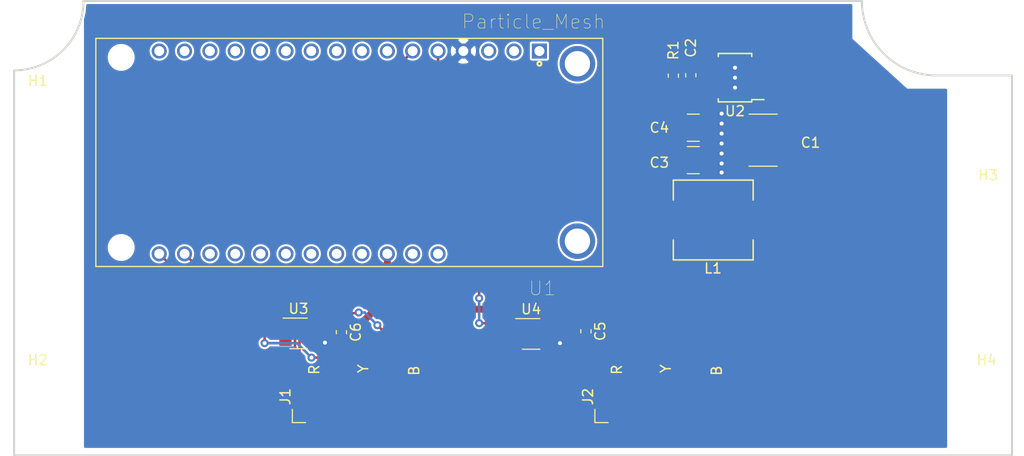
<source format=kicad_pcb>
(kicad_pcb (version 20171130) (host pcbnew "(5.1.2-1)-1")

  (general
    (thickness 1.6)
    (drawings 11)
    (tracks 117)
    (zones 0)
    (modules 18)
    (nets 39)
  )

  (page A4)
  (layers
    (0 F.Cu signal)
    (31 B.Cu signal)
    (32 B.Adhes user)
    (33 F.Adhes user)
    (34 B.Paste user)
    (35 F.Paste user)
    (36 B.SilkS user)
    (37 F.SilkS user)
    (38 B.Mask user)
    (39 F.Mask user)
    (40 Dwgs.User user)
    (41 Cmts.User user)
    (42 Eco1.User user)
    (43 Eco2.User user)
    (44 Edge.Cuts user)
    (45 Margin user)
    (46 B.CrtYd user)
    (47 F.CrtYd user)
    (48 B.Fab user)
    (49 F.Fab user hide)
  )

  (setup
    (last_trace_width 1.9)
    (user_trace_width 0.7)
    (user_trace_width 1.9)
    (trace_clearance 0.2)
    (zone_clearance 0.2032)
    (zone_45_only no)
    (trace_min 0.2)
    (via_size 0.8)
    (via_drill 0.4)
    (via_min_size 0.2)
    (via_min_drill 0.3)
    (user_via 1.2 0.8)
    (uvia_size 0.3)
    (uvia_drill 0.1)
    (uvias_allowed no)
    (uvia_min_size 0.2)
    (uvia_min_drill 0.1)
    (edge_width 0.05)
    (segment_width 0.2)
    (pcb_text_width 0.3)
    (pcb_text_size 1.5 1.5)
    (mod_edge_width 0.12)
    (mod_text_size 1 1)
    (mod_text_width 0.15)
    (pad_size 1.524 1.524)
    (pad_drill 0.762)
    (pad_to_mask_clearance 0.0508)
    (solder_mask_min_width 0.32)
    (aux_axis_origin 0 0)
    (visible_elements FFFFFF7F)
    (pcbplotparams
      (layerselection 0x310fc_ffffffff)
      (usegerberextensions false)
      (usegerberattributes false)
      (usegerberadvancedattributes false)
      (creategerberjobfile false)
      (excludeedgelayer true)
      (linewidth 0.100000)
      (plotframeref false)
      (viasonmask false)
      (mode 1)
      (useauxorigin false)
      (hpglpennumber 1)
      (hpglpenspeed 20)
      (hpglpendiameter 15.000000)
      (psnegative false)
      (psa4output false)
      (plotreference true)
      (plotvalue true)
      (plotinvisibletext false)
      (padsonsilk false)
      (subtractmaskfromsilk false)
      (outputformat 1)
      (mirror false)
      (drillshape 0)
      (scaleselection 1)
      (outputdirectory "mfg"))
  )

  (net 0 "")
  (net 1 "Net-(U1-Pad26)")
  (net 2 "Net-(U1-Pad25)")
  (net 3 "Net-(U1-Pad24)")
  (net 4 "Net-(U1-Pad23)")
  (net 5 "Net-(U1-Pad22)")
  (net 6 "Net-(U1-Pad21)")
  (net 7 "Net-(U1-Pad20)")
  (net 8 "Net-(U1-Pad18)")
  (net 9 "Net-(U1-Pad17)")
  (net 10 "Net-(U1-Pad16)")
  (net 11 "Net-(U1-Pad15)")
  (net 12 "Net-(U1-Pad14)")
  (net 13 "Net-(U1-Pad13)")
  (net 14 "Net-(U1-Pad12)")
  (net 15 "Net-(U1-Pad11)")
  (net 16 "Net-(U1-Pad10)")
  (net 17 "Net-(U1-Pad9)")
  (net 18 "Net-(U1-Pad8)")
  (net 19 "Net-(U1-Pad7)")
  (net 20 "Net-(U1-Pad6)")
  (net 21 "Net-(U1-Pad5)")
  (net 22 "Net-(U1-Pad3)")
  (net 23 "Net-(U1-Pad1)")
  (net 24 "Net-(U1-PadS1)")
  (net 25 "Net-(U1-PadS2)")
  (net 26 "Net-(U2-Pad5)")
  (net 27 GND)
  (net 28 +24V)
  (net 29 /SDA)
  (net 30 /SCL)
  (net 31 +3V3)
  (net 32 "Net-(U2-Pad10)")
  (net 33 "Net-(U2-Pad12)")
  (net 34 "Net-(C2-Pad1)")
  (net 35 +5V)
  (net 36 "Net-(L1-Pad1)")
  (net 37 "Net-(J1-PadY)")
  (net 38 "Net-(J2-PadY)")

  (net_class Default "This is the default net class."
    (clearance 0.2)
    (trace_width 0.25)
    (via_dia 0.8)
    (via_drill 0.4)
    (uvia_dia 0.3)
    (uvia_drill 0.1)
    (add_net +24V)
    (add_net +3V3)
    (add_net +5V)
    (add_net /SCL)
    (add_net /SDA)
    (add_net GND)
    (add_net "Net-(C2-Pad1)")
    (add_net "Net-(J1-PadY)")
    (add_net "Net-(J2-PadY)")
    (add_net "Net-(L1-Pad1)")
    (add_net "Net-(U1-Pad1)")
    (add_net "Net-(U1-Pad10)")
    (add_net "Net-(U1-Pad11)")
    (add_net "Net-(U1-Pad12)")
    (add_net "Net-(U1-Pad13)")
    (add_net "Net-(U1-Pad14)")
    (add_net "Net-(U1-Pad15)")
    (add_net "Net-(U1-Pad16)")
    (add_net "Net-(U1-Pad17)")
    (add_net "Net-(U1-Pad18)")
    (add_net "Net-(U1-Pad20)")
    (add_net "Net-(U1-Pad21)")
    (add_net "Net-(U1-Pad22)")
    (add_net "Net-(U1-Pad23)")
    (add_net "Net-(U1-Pad24)")
    (add_net "Net-(U1-Pad25)")
    (add_net "Net-(U1-Pad26)")
    (add_net "Net-(U1-Pad3)")
    (add_net "Net-(U1-Pad5)")
    (add_net "Net-(U1-Pad6)")
    (add_net "Net-(U1-Pad7)")
    (add_net "Net-(U1-Pad8)")
    (add_net "Net-(U1-Pad9)")
    (add_net "Net-(U1-PadS1)")
    (add_net "Net-(U1-PadS2)")
    (add_net "Net-(U2-Pad10)")
    (add_net "Net-(U2-Pad12)")
    (add_net "Net-(U2-Pad5)")
  )

  (module BEC:feather (layer F.Cu) (tedit 0) (tstamp 5D5E671F)
    (at 125.59 86.89 180)
    (path /5D5D5E60)
    (fp_text reference U1 (at -19.3446 -13.6176) (layer F.SilkS)
      (effects (font (size 1.40294 1.40294) (thickness 0.05)))
    )
    (fp_text value Particle_Mesh (at -18.456 13.1101) (layer F.SilkS)
      (effects (font (size 1.40312 1.40312) (thickness 0.05)))
    )
    (fp_circle (center -19.05 8.89) (end -18.85 8.89) (layer F.SilkS) (width 0.2032))
    (fp_line (start -25.65 11.68) (end -25.65 -11.68) (layer Eco1.User) (width 0.05))
    (fp_line (start 25.65 11.68) (end -25.65 11.68) (layer Eco1.User) (width 0.05))
    (fp_line (start 25.65 -11.68) (end 25.65 11.68) (layer Eco1.User) (width 0.05))
    (fp_line (start -25.65 -11.68) (end 25.65 -11.68) (layer Eco1.User) (width 0.05))
    (fp_line (start -25.4 11.43) (end -25.4 -11.43) (layer F.SilkS) (width 0.127))
    (fp_line (start 25.4 11.43) (end -25.4 11.43) (layer F.SilkS) (width 0.127))
    (fp_line (start 25.4 -11.43) (end 25.4 11.43) (layer F.SilkS) (width 0.127))
    (fp_line (start -25.4 -11.43) (end 25.4 -11.43) (layer F.SilkS) (width 0.127))
    (pad 28 thru_hole circle (at 19.05 -10.16 270) (size 1.508 1.508) (drill 1) (layers *.Cu *.Mask)
      (net 29 /SDA))
    (pad 27 thru_hole circle (at 16.51 -10.16 270) (size 1.508 1.508) (drill 1) (layers *.Cu *.Mask)
      (net 30 /SCL))
    (pad 26 thru_hole circle (at 13.97 -10.16 270) (size 1.508 1.508) (drill 1) (layers *.Cu *.Mask)
      (net 1 "Net-(U1-Pad26)"))
    (pad 25 thru_hole circle (at 11.43 -10.16 270) (size 1.508 1.508) (drill 1) (layers *.Cu *.Mask)
      (net 2 "Net-(U1-Pad25)"))
    (pad 24 thru_hole circle (at 8.89 -10.16 270) (size 1.508 1.508) (drill 1) (layers *.Cu *.Mask)
      (net 3 "Net-(U1-Pad24)"))
    (pad 23 thru_hole circle (at 6.35 -10.16 270) (size 1.508 1.508) (drill 1) (layers *.Cu *.Mask)
      (net 4 "Net-(U1-Pad23)"))
    (pad 22 thru_hole circle (at 3.81 -10.16 270) (size 1.508 1.508) (drill 1) (layers *.Cu *.Mask)
      (net 5 "Net-(U1-Pad22)"))
    (pad 21 thru_hole circle (at 1.27 -10.16 270) (size 1.508 1.508) (drill 1) (layers *.Cu *.Mask)
      (net 6 "Net-(U1-Pad21)"))
    (pad 20 thru_hole circle (at -1.27 -10.16 270) (size 1.508 1.508) (drill 1) (layers *.Cu *.Mask)
      (net 7 "Net-(U1-Pad20)"))
    (pad 19 thru_hole circle (at -3.81 -10.16 270) (size 1.508 1.508) (drill 1) (layers *.Cu *.Mask)
      (net 35 +5V))
    (pad 18 thru_hole circle (at -6.35 -10.16 270) (size 1.508 1.508) (drill 1) (layers *.Cu *.Mask)
      (net 8 "Net-(U1-Pad18)"))
    (pad 17 thru_hole circle (at -8.89 -10.16 270) (size 1.508 1.508) (drill 1) (layers *.Cu *.Mask)
      (net 9 "Net-(U1-Pad17)"))
    (pad 16 thru_hole circle (at 19.05 10.16 180) (size 1.508 1.508) (drill 1) (layers *.Cu *.Mask)
      (net 10 "Net-(U1-Pad16)"))
    (pad 15 thru_hole circle (at 16.51 10.16 180) (size 1.508 1.508) (drill 1) (layers *.Cu *.Mask)
      (net 11 "Net-(U1-Pad15)"))
    (pad 14 thru_hole circle (at 13.97 10.16 180) (size 1.508 1.508) (drill 1) (layers *.Cu *.Mask)
      (net 12 "Net-(U1-Pad14)"))
    (pad 13 thru_hole circle (at 11.43 10.16 180) (size 1.508 1.508) (drill 1) (layers *.Cu *.Mask)
      (net 13 "Net-(U1-Pad13)"))
    (pad 12 thru_hole circle (at 8.89 10.16 180) (size 1.508 1.508) (drill 1) (layers *.Cu *.Mask)
      (net 14 "Net-(U1-Pad12)"))
    (pad 11 thru_hole circle (at 6.35 10.16 180) (size 1.508 1.508) (drill 1) (layers *.Cu *.Mask)
      (net 15 "Net-(U1-Pad11)"))
    (pad 10 thru_hole circle (at 3.81 10.16 180) (size 1.508 1.508) (drill 1) (layers *.Cu *.Mask)
      (net 16 "Net-(U1-Pad10)"))
    (pad 9 thru_hole circle (at 1.27 10.16 180) (size 1.508 1.508) (drill 1) (layers *.Cu *.Mask)
      (net 17 "Net-(U1-Pad9)"))
    (pad 8 thru_hole circle (at -1.27 10.16 180) (size 1.508 1.508) (drill 1) (layers *.Cu *.Mask)
      (net 18 "Net-(U1-Pad8)"))
    (pad 7 thru_hole circle (at -3.81 10.16 180) (size 1.508 1.508) (drill 1) (layers *.Cu *.Mask)
      (net 19 "Net-(U1-Pad7)"))
    (pad 6 thru_hole circle (at -6.35 10.16 180) (size 1.508 1.508) (drill 1) (layers *.Cu *.Mask)
      (net 20 "Net-(U1-Pad6)"))
    (pad 5 thru_hole circle (at -8.89 10.16 180) (size 1.508 1.508) (drill 1) (layers *.Cu *.Mask)
      (net 21 "Net-(U1-Pad5)"))
    (pad 4 thru_hole circle (at -11.43 10.16 180) (size 1.508 1.508) (drill 1) (layers *.Cu *.Mask)
      (net 27 GND))
    (pad 3 thru_hole circle (at -13.97 10.16 180) (size 1.508 1.508) (drill 1) (layers *.Cu *.Mask)
      (net 22 "Net-(U1-Pad3)"))
    (pad 2 thru_hole circle (at -16.51 10.16 180) (size 1.508 1.508) (drill 1) (layers *.Cu *.Mask)
      (net 31 +3V3))
    (pad 1 thru_hole rect (at -19.05 10.16 180) (size 1.508 1.508) (drill 1) (layers *.Cu *.Mask)
      (net 23 "Net-(U1-Pad1)"))
    (pad S1 thru_hole circle (at -22.86 8.89 180) (size 3.556 3.556) (drill 2.54) (layers *.Cu *.Mask)
      (net 24 "Net-(U1-PadS1)"))
    (pad S2 thru_hole circle (at -22.86 -8.89 180) (size 3.556 3.556) (drill 2.54) (layers *.Cu *.Mask)
      (net 25 "Net-(U1-PadS2)"))
    (pad Hole np_thru_hole circle (at 22.86 -9.525 180) (size 2.286 2.286) (drill 2.286) (layers *.Cu *.Mask F.SilkS))
    (pad Hole np_thru_hole circle (at 22.86 9.525 180) (size 2.286 2.286) (drill 2.286) (layers *.Cu *.Mask F.SilkS))
  )

  (module BEC:xConnect_smd (layer F.Cu) (tedit 5D61ABEB) (tstamp 5D620683)
    (at 152.4 111.76 90)
    (descr "mounting holes for xConnect connector")
    (tags "Through hole 1x03 single row")
    (path /5D626702)
    (attr smd)
    (fp_text reference J2 (at 0.4 -2.9 90) (layer F.SilkS)
      (effects (font (size 1 1) (thickness 0.15)))
    )
    (fp_text value xConnect_smd (at 0.3 12.8 90) (layer F.Fab)
      (effects (font (size 1 1) (thickness 0.15)))
    )
    (fp_text user B (at 3 10 90) (layer F.SilkS)
      (effects (font (size 1 1) (thickness 0.15)))
    )
    (fp_text user Y (at 3.2 4.9 90) (layer F.SilkS)
      (effects (font (size 1 1) (thickness 0.15)))
    )
    (fp_text user R (at 3.1 0 90) (layer F.SilkS)
      (effects (font (size 1 1) (thickness 0.15)))
    )
    (fp_text user %R (at 0.1 4.9) (layer F.Fab)
      (effects (font (size 1 1) (thickness 0.15)))
    )
    (fp_line (start 2.3 -2.2) (end -2.2 -2.2) (layer F.CrtYd) (width 0.05))
    (fp_line (start 2.2 12.2) (end 2.3 -2.2) (layer F.CrtYd) (width 0.05))
    (fp_line (start -2.2 12.2) (end 2.2 12.2) (layer F.CrtYd) (width 0.05))
    (fp_line (start -2.2 -2.2) (end -2.2 12.2) (layer F.CrtYd) (width 0.05))
    (fp_line (start -2.2 -2.2) (end -0.87 -2.2) (layer F.SilkS) (width 0.12))
    (fp_line (start -2.2 -0.87) (end -2.2 -2.2) (layer F.SilkS) (width 0.12))
    (fp_line (start -2 -1.4) (end -1.4 -2) (layer F.Fab) (width 0.1))
    (fp_line (start -2 12) (end -2 -1.4) (layer F.Fab) (width 0.1))
    (fp_line (start 2 12) (end -2 12) (layer F.Fab) (width 0.1))
    (fp_line (start 2 -2) (end 2 12) (layer F.Fab) (width 0.1))
    (fp_line (start -1.4 -2) (end 2 -2) (layer F.Fab) (width 0.1))
    (pad B smd roundrect (at 0 10 90) (size 4 4) (layers F.Cu F.Paste F.Mask) (roundrect_rratio 0.25)
      (net 27 GND))
    (pad Y smd roundrect (at 0 5 90) (size 4 4) (layers F.Cu F.Paste F.Mask) (roundrect_rratio 0.25)
      (net 38 "Net-(J2-PadY)"))
    (pad R smd roundrect (at 0 0 90) (size 4 4) (layers F.Cu F.Paste F.Mask) (roundrect_rratio 0.25)
      (net 28 +24V))
    (model ${KISYS3DMOD}/Connector_PinHeader_2.54mm.3dshapes/PinHeader_1x03_P2.54mm_Vertical.wrl
      (at (xyz 0 0 0))
      (scale (xyz 1 1 1))
      (rotate (xyz 0 0 0))
    )
  )

  (module BEC:xConnect_smd (layer F.Cu) (tedit 5D61ABEB) (tstamp 5D62066D)
    (at 122.08 111.76 90)
    (descr "mounting holes for xConnect connector")
    (tags "Through hole 1x03 single row")
    (path /5D622C61)
    (attr smd)
    (fp_text reference J1 (at 0.4 -2.9 90) (layer F.SilkS)
      (effects (font (size 1 1) (thickness 0.15)))
    )
    (fp_text value xConnect_smd (at 0.3 12.8 90) (layer F.Fab)
      (effects (font (size 1 1) (thickness 0.15)))
    )
    (fp_text user B (at 3 10 90) (layer F.SilkS)
      (effects (font (size 1 1) (thickness 0.15)))
    )
    (fp_text user Y (at 3.2 4.9 90) (layer F.SilkS)
      (effects (font (size 1 1) (thickness 0.15)))
    )
    (fp_text user R (at 3.1 0 90) (layer F.SilkS)
      (effects (font (size 1 1) (thickness 0.15)))
    )
    (fp_text user %R (at 0.1 4.9) (layer F.Fab)
      (effects (font (size 1 1) (thickness 0.15)))
    )
    (fp_line (start 2.3 -2.2) (end -2.2 -2.2) (layer F.CrtYd) (width 0.05))
    (fp_line (start 2.2 12.2) (end 2.3 -2.2) (layer F.CrtYd) (width 0.05))
    (fp_line (start -2.2 12.2) (end 2.2 12.2) (layer F.CrtYd) (width 0.05))
    (fp_line (start -2.2 -2.2) (end -2.2 12.2) (layer F.CrtYd) (width 0.05))
    (fp_line (start -2.2 -2.2) (end -0.87 -2.2) (layer F.SilkS) (width 0.12))
    (fp_line (start -2.2 -0.87) (end -2.2 -2.2) (layer F.SilkS) (width 0.12))
    (fp_line (start -2 -1.4) (end -1.4 -2) (layer F.Fab) (width 0.1))
    (fp_line (start -2 12) (end -2 -1.4) (layer F.Fab) (width 0.1))
    (fp_line (start 2 12) (end -2 12) (layer F.Fab) (width 0.1))
    (fp_line (start 2 -2) (end 2 12) (layer F.Fab) (width 0.1))
    (fp_line (start -1.4 -2) (end 2 -2) (layer F.Fab) (width 0.1))
    (pad B smd roundrect (at 0 10 90) (size 4 4) (layers F.Cu F.Paste F.Mask) (roundrect_rratio 0.25)
      (net 27 GND))
    (pad Y smd roundrect (at 0 5 90) (size 4 4) (layers F.Cu F.Paste F.Mask) (roundrect_rratio 0.25)
      (net 37 "Net-(J1-PadY)"))
    (pad R smd roundrect (at 0 0 90) (size 4 4) (layers F.Cu F.Paste F.Mask) (roundrect_rratio 0.25)
      (net 28 +24V))
    (model ${KISYS3DMOD}/Connector_PinHeader_2.54mm.3dshapes/PinHeader_1x03_P2.54mm_Vertical.wrl
      (at (xyz 0 0 0))
      (scale (xyz 1 1 1))
      (rotate (xyz 0 0 0))
    )
  )

  (module BEC:MSOP-12-16-1EP_3x4mm_P0.5mm_EP1.65x2.85mm_ThermalVias (layer F.Cu) (tedit 5D6056E0) (tstamp 5D608D57)
    (at 164.242 79.398 180)
    (descr "10-Lead Plastic Micro Small Outline Package (MS) [MSOP] (see Microchip Packaging Specification 00000049BS.pdf)")
    (tags "SSOP 0.5")
    (path /5D5F3C86)
    (attr smd)
    (fp_text reference U2 (at 0 -3.35) (layer F.SilkS)
      (effects (font (size 1 1) (thickness 0.15)))
    )
    (fp_text value LTC3630 (at 0 3.5) (layer F.Fab)
      (effects (font (size 1 1) (thickness 0.15)))
    )
    (fp_text user %R (at 0 0) (layer F.Fab)
      (effects (font (size 0.6 0.6) (thickness 0.09)))
    )
    (fp_line (start -1.675 -2.2) (end -2.9 -2.2) (layer F.SilkS) (width 0.15))
    (fp_line (start -1.675 2.425) (end 1.675 2.425) (layer F.SilkS) (width 0.15))
    (fp_line (start -1.675 -2.425) (end 1.675 -2.425) (layer F.SilkS) (width 0.15))
    (fp_line (start -1.675 2.425) (end -1.675 2.125) (layer F.SilkS) (width 0.15))
    (fp_line (start 1.675 2.425) (end 1.675 2.125) (layer F.SilkS) (width 0.15))
    (fp_line (start 1.675 -2.425) (end 1.675 -2.125) (layer F.SilkS) (width 0.15))
    (fp_line (start -1.675 -2.425) (end -1.675 -2.2) (layer F.SilkS) (width 0.15))
    (fp_line (start -3.15 2.6) (end 3.15 2.6) (layer F.CrtYd) (width 0.05))
    (fp_line (start -3.15 -2.6) (end 3.15 -2.6) (layer F.CrtYd) (width 0.05))
    (fp_line (start 3.15 -2.6) (end 3.15 2.6) (layer F.CrtYd) (width 0.05))
    (fp_line (start -3.15 -2.6) (end -3.15 2.6) (layer F.CrtYd) (width 0.05))
    (fp_line (start -1.5 -1) (end -0.5 -2) (layer F.Fab) (width 0.15))
    (fp_line (start -1.5 2) (end -1.5 -1) (layer F.Fab) (width 0.15))
    (fp_line (start 1.5 2) (end -1.5 2) (layer F.Fab) (width 0.15))
    (fp_line (start 1.5 -2) (end 1.5 2) (layer F.Fab) (width 0.15))
    (fp_line (start -0.5 -2) (end 1.5 -2) (layer F.Fab) (width 0.15))
    (pad "" smd rect (at 0.45 -1.25 180) (size 0.65 0.25) (layers F.Paste))
    (pad "" smd rect (at -0.45 -1.25 180) (size 0.65 0.25) (layers F.Paste))
    (pad "" smd rect (at -0.45 1.25 180) (size 0.65 0.25) (layers F.Paste))
    (pad "" smd rect (at 0.45 1.25 180) (size 0.65 0.25) (layers F.Paste))
    (pad "" smd rect (at 0.45 0.5 180) (size 0.65 0.8) (layers F.Paste))
    (pad "" smd rect (at -0.45 0.5 180) (size 0.65 0.8) (layers F.Paste))
    (pad "" smd rect (at -0.45 -0.5 180) (size 0.65 0.8) (layers F.Paste))
    (pad "" smd rect (at 0.45 -0.5 180) (size 0.65 0.8) (layers F.Paste))
    (pad 17 thru_hole circle (at 0 -1 180) (size 0.8 0.8) (drill 0.4) (layers *.Cu B.Mask)
      (net 27 GND))
    (pad 17 thru_hole circle (at 0 1 180) (size 0.8 0.8) (drill 0.4) (layers *.Cu B.Mask)
      (net 27 GND))
    (pad 17 thru_hole circle (at 0 0 180) (size 0.8 0.8) (drill 0.4) (layers *.Cu B.Mask)
      (net 27 GND))
    (pad 17 smd rect (at 0 0 180) (size 1.65 2.85) (layers F.Cu F.Paste F.Mask)
      (net 27 GND))
    (pad 9 smd rect (at 2.2 1.75 180) (size 1.4 0.3) (layers F.Cu F.Paste F.Mask)
      (net 35 +5V))
    (pad 10 smd rect (at 2.2 1.25 180) (size 1.4 0.3) (layers F.Cu F.Paste F.Mask)
      (net 32 "Net-(U2-Pad10)"))
    (pad 11 smd rect (at 2.2 0.75 180) (size 1.4 0.3) (layers F.Cu F.Paste F.Mask)
      (net 34 "Net-(C2-Pad1)"))
    (pad 8 smd rect (at -2.2 1.75 180) (size 1.4 0.3) (layers F.Cu F.Paste F.Mask)
      (net 27 GND))
    (pad 7 smd rect (at -2.2 1.25 180) (size 1.4 0.3) (layers F.Cu F.Paste F.Mask)
      (net 32 "Net-(U2-Pad10)"))
    (pad 6 smd rect (at -2.2 0.75 180) (size 1.4 0.3) (layers F.Cu F.Paste F.Mask)
      (net 27 GND))
    (pad 16 smd rect (at 2.2 -1.75 180) (size 1.4 0.3) (layers F.Cu F.Paste F.Mask)
      (net 27 GND))
    (pad 14 smd rect (at 2.2 -0.75 180) (size 1.4 0.3) (layers F.Cu F.Paste F.Mask)
      (net 27 GND))
    (pad 12 smd rect (at 2.2 0.25 180) (size 1.4 0.3) (layers F.Cu F.Paste F.Mask)
      (net 33 "Net-(U2-Pad12)"))
    (pad 5 smd rect (at -2.2 0.25 180) (size 1.4 0.3) (layers F.Cu F.Paste F.Mask)
      (net 26 "Net-(U2-Pad5)"))
    (pad 3 smd rect (at -2.2 -0.75 180) (size 1.4 0.3) (layers F.Cu F.Paste F.Mask)
      (net 28 +24V))
    (pad 1 smd rect (at -2.2 -1.75 180) (size 1.4 0.3) (layers F.Cu F.Paste F.Mask)
      (net 36 "Net-(L1-Pad1)"))
    (model ${KISYS3DMOD}/Package_SO.3dshapes/MSOP-12-16-1EP_3x4mm_Pitch0.5mm_EP1.65x2.85mm.wrl
      (at (xyz 0 0 0))
      (scale (xyz 1 1 1))
      (rotate (xyz 0 0 0))
    )
  )

  (module Capacitor_SMD:C_1210_3225Metric (layer F.Cu) (tedit 5B301BBE) (tstamp 5D608F0B)
    (at 160.06 84.41)
    (descr "Capacitor SMD 1210 (3225 Metric), square (rectangular) end terminal, IPC_7351 nominal, (Body size source: http://www.tortai-tech.com/upload/download/2011102023233369053.pdf), generated with kicad-footprint-generator")
    (tags capacitor)
    (path /5D612639)
    (attr smd)
    (fp_text reference C4 (at -3.4 0) (layer F.SilkS)
      (effects (font (size 1 1) (thickness 0.15)))
    )
    (fp_text value 100uF_6.3V (at -1.9 -1.25) (layer F.Fab)
      (effects (font (size 1 1) (thickness 0.15)))
    )
    (fp_text user %R (at 0 0) (layer F.Fab)
      (effects (font (size 0.8 0.8) (thickness 0.12)))
    )
    (fp_line (start 2.28 1.58) (end -2.28 1.58) (layer F.CrtYd) (width 0.05))
    (fp_line (start 2.28 -1.58) (end 2.28 1.58) (layer F.CrtYd) (width 0.05))
    (fp_line (start -2.28 -1.58) (end 2.28 -1.58) (layer F.CrtYd) (width 0.05))
    (fp_line (start -2.28 1.58) (end -2.28 -1.58) (layer F.CrtYd) (width 0.05))
    (fp_line (start -0.602064 1.36) (end 0.602064 1.36) (layer F.SilkS) (width 0.12))
    (fp_line (start -0.602064 -1.36) (end 0.602064 -1.36) (layer F.SilkS) (width 0.12))
    (fp_line (start 1.6 1.25) (end -1.6 1.25) (layer F.Fab) (width 0.1))
    (fp_line (start 1.6 -1.25) (end 1.6 1.25) (layer F.Fab) (width 0.1))
    (fp_line (start -1.6 -1.25) (end 1.6 -1.25) (layer F.Fab) (width 0.1))
    (fp_line (start -1.6 1.25) (end -1.6 -1.25) (layer F.Fab) (width 0.1))
    (pad 2 smd roundrect (at 1.4 0) (size 1.25 2.65) (layers F.Cu F.Paste F.Mask) (roundrect_rratio 0.2)
      (net 27 GND))
    (pad 1 smd roundrect (at -1.4 0) (size 1.25 2.65) (layers F.Cu F.Paste F.Mask) (roundrect_rratio 0.2)
      (net 35 +5V))
    (model ${KISYS3DMOD}/Capacitor_SMD.3dshapes/C_1210_3225Metric.wrl
      (at (xyz 0 0 0))
      (scale (xyz 1 1 1))
      (rotate (xyz 0 0 0))
    )
  )

  (module Capacitor_SMD:C_0603_1608Metric (layer F.Cu) (tedit 5B301BBE) (tstamp 5D608ECF)
    (at 159.81 79.16 270)
    (descr "Capacitor SMD 0603 (1608 Metric), square (rectangular) end terminal, IPC_7351 nominal, (Body size source: http://www.tortai-tech.com/upload/download/2011102023233369053.pdf), generated with kicad-footprint-generator")
    (tags capacitor)
    (path /5D61E27F)
    (attr smd)
    (fp_text reference C2 (at -2.75 0 90) (layer F.SilkS)
      (effects (font (size 1 1) (thickness 0.15)))
    )
    (fp_text value 100pF (at 0 1.43 90) (layer F.Fab)
      (effects (font (size 1 1) (thickness 0.15)))
    )
    (fp_text user %R (at 0 0 90) (layer F.Fab)
      (effects (font (size 0.4 0.4) (thickness 0.06)))
    )
    (fp_line (start 1.48 0.73) (end -1.48 0.73) (layer F.CrtYd) (width 0.05))
    (fp_line (start 1.48 -0.73) (end 1.48 0.73) (layer F.CrtYd) (width 0.05))
    (fp_line (start -1.48 -0.73) (end 1.48 -0.73) (layer F.CrtYd) (width 0.05))
    (fp_line (start -1.48 0.73) (end -1.48 -0.73) (layer F.CrtYd) (width 0.05))
    (fp_line (start -0.162779 0.51) (end 0.162779 0.51) (layer F.SilkS) (width 0.12))
    (fp_line (start -0.162779 -0.51) (end 0.162779 -0.51) (layer F.SilkS) (width 0.12))
    (fp_line (start 0.8 0.4) (end -0.8 0.4) (layer F.Fab) (width 0.1))
    (fp_line (start 0.8 -0.4) (end 0.8 0.4) (layer F.Fab) (width 0.1))
    (fp_line (start -0.8 -0.4) (end 0.8 -0.4) (layer F.Fab) (width 0.1))
    (fp_line (start -0.8 0.4) (end -0.8 -0.4) (layer F.Fab) (width 0.1))
    (pad 2 smd roundrect (at 0.7875 0 270) (size 0.875 0.95) (layers F.Cu F.Paste F.Mask) (roundrect_rratio 0.25)
      (net 27 GND))
    (pad 1 smd roundrect (at -0.7875 0 270) (size 0.875 0.95) (layers F.Cu F.Paste F.Mask) (roundrect_rratio 0.25)
      (net 34 "Net-(C2-Pad1)"))
    (model ${KISYS3DMOD}/Capacitor_SMD.3dshapes/C_0603_1608Metric.wrl
      (at (xyz 0 0 0))
      (scale (xyz 1 1 1))
      (rotate (xyz 0 0 0))
    )
  )

  (module Capacitor_SMD:C_1210_3225Metric (layer F.Cu) (tedit 5B301BBE) (tstamp 5D608E99)
    (at 160.06 87.66)
    (descr "Capacitor SMD 1210 (3225 Metric), square (rectangular) end terminal, IPC_7351 nominal, (Body size source: http://www.tortai-tech.com/upload/download/2011102023233369053.pdf), generated with kicad-footprint-generator")
    (tags capacitor)
    (path /5D6133AA)
    (attr smd)
    (fp_text reference C3 (at -3.4 0.25) (layer F.SilkS)
      (effects (font (size 1 1) (thickness 0.15)))
    )
    (fp_text value 100uF_6.3V (at -1.9 -0.75) (layer F.Fab)
      (effects (font (size 1 1) (thickness 0.15)))
    )
    (fp_text user %R (at 0 0) (layer F.Fab)
      (effects (font (size 0.8 0.8) (thickness 0.12)))
    )
    (fp_line (start 2.28 1.58) (end -2.28 1.58) (layer F.CrtYd) (width 0.05))
    (fp_line (start 2.28 -1.58) (end 2.28 1.58) (layer F.CrtYd) (width 0.05))
    (fp_line (start -2.28 -1.58) (end 2.28 -1.58) (layer F.CrtYd) (width 0.05))
    (fp_line (start -2.28 1.58) (end -2.28 -1.58) (layer F.CrtYd) (width 0.05))
    (fp_line (start -0.602064 1.36) (end 0.602064 1.36) (layer F.SilkS) (width 0.12))
    (fp_line (start -0.602064 -1.36) (end 0.602064 -1.36) (layer F.SilkS) (width 0.12))
    (fp_line (start 1.6 1.25) (end -1.6 1.25) (layer F.Fab) (width 0.1))
    (fp_line (start 1.6 -1.25) (end 1.6 1.25) (layer F.Fab) (width 0.1))
    (fp_line (start -1.6 -1.25) (end 1.6 -1.25) (layer F.Fab) (width 0.1))
    (fp_line (start -1.6 1.25) (end -1.6 -1.25) (layer F.Fab) (width 0.1))
    (pad 2 smd roundrect (at 1.4 0) (size 1.25 2.65) (layers F.Cu F.Paste F.Mask) (roundrect_rratio 0.2)
      (net 27 GND))
    (pad 1 smd roundrect (at -1.4 0) (size 1.25 2.65) (layers F.Cu F.Paste F.Mask) (roundrect_rratio 0.2)
      (net 35 +5V))
    (model ${KISYS3DMOD}/Capacitor_SMD.3dshapes/C_1210_3225Metric.wrl
      (at (xyz 0 0 0))
      (scale (xyz 1 1 1))
      (rotate (xyz 0 0 0))
    )
  )

  (module Resistor_SMD:R_0603_1608Metric (layer F.Cu) (tedit 5B301BBD) (tstamp 5D608E57)
    (at 158.06 79.1975 270)
    (descr "Resistor SMD 0603 (1608 Metric), square (rectangular) end terminal, IPC_7351 nominal, (Body size source: http://www.tortai-tech.com/upload/download/2011102023233369053.pdf), generated with kicad-footprint-generator")
    (tags resistor)
    (path /5D61EBF2)
    (attr smd)
    (fp_text reference R1 (at -2.5375 0 90) (layer F.SilkS)
      (effects (font (size 1 1) (thickness 0.15)))
    )
    (fp_text value 220K (at 0 1.43 90) (layer F.Fab)
      (effects (font (size 1 1) (thickness 0.15)))
    )
    (fp_text user %R (at 0 0 90) (layer F.Fab)
      (effects (font (size 0.4 0.4) (thickness 0.06)))
    )
    (fp_line (start 1.48 0.73) (end -1.48 0.73) (layer F.CrtYd) (width 0.05))
    (fp_line (start 1.48 -0.73) (end 1.48 0.73) (layer F.CrtYd) (width 0.05))
    (fp_line (start -1.48 -0.73) (end 1.48 -0.73) (layer F.CrtYd) (width 0.05))
    (fp_line (start -1.48 0.73) (end -1.48 -0.73) (layer F.CrtYd) (width 0.05))
    (fp_line (start -0.162779 0.51) (end 0.162779 0.51) (layer F.SilkS) (width 0.12))
    (fp_line (start -0.162779 -0.51) (end 0.162779 -0.51) (layer F.SilkS) (width 0.12))
    (fp_line (start 0.8 0.4) (end -0.8 0.4) (layer F.Fab) (width 0.1))
    (fp_line (start 0.8 -0.4) (end 0.8 0.4) (layer F.Fab) (width 0.1))
    (fp_line (start -0.8 -0.4) (end 0.8 -0.4) (layer F.Fab) (width 0.1))
    (fp_line (start -0.8 0.4) (end -0.8 -0.4) (layer F.Fab) (width 0.1))
    (pad 2 smd roundrect (at 0.7875 0 270) (size 0.875 0.95) (layers F.Cu F.Paste F.Mask) (roundrect_rratio 0.25)
      (net 27 GND))
    (pad 1 smd roundrect (at -0.7875 0 270) (size 0.875 0.95) (layers F.Cu F.Paste F.Mask) (roundrect_rratio 0.25)
      (net 34 "Net-(C2-Pad1)"))
    (model ${KISYS3DMOD}/Resistor_SMD.3dshapes/R_0603_1608Metric.wrl
      (at (xyz 0 0 0))
      (scale (xyz 1 1 1))
      (rotate (xyz 0 0 0))
    )
  )

  (module BEC:CDRH105R (layer F.Cu) (tedit 5D5FFF66) (tstamp 5D608E04)
    (at 162.06 93.66 180)
    (path /5D60A4A4)
    (attr smd)
    (fp_text reference L1 (at 0.025 -4.85) (layer F.SilkS)
      (effects (font (size 1 1) (thickness 0.15)))
    )
    (fp_text value 33uH_2.5A_84mOhm (at 0.125 -3) (layer F.Fab)
      (effects (font (size 1 1) (thickness 0.15)))
    )
    (fp_line (start -5.5 -1.85) (end -5.45 -1.85) (layer F.CrtYd) (width 0.05))
    (fp_line (start -5.5 1.85) (end -5.5 -1.85) (layer F.CrtYd) (width 0.05))
    (fp_line (start -4.15 1.85) (end -5.5 1.85) (layer F.CrtYd) (width 0.05))
    (fp_line (start -4.15 4.15) (end -4.15 1.85) (layer F.CrtYd) (width 0.05))
    (fp_line (start 4.15 4.15) (end -4.15 4.15) (layer F.CrtYd) (width 0.05))
    (fp_line (start 4.15 1.85) (end 4.15 4.15) (layer F.CrtYd) (width 0.05))
    (fp_line (start 5.5 1.85) (end 4.15 1.85) (layer F.CrtYd) (width 0.05))
    (fp_line (start 5.5 -1.85) (end 5.5 1.85) (layer F.CrtYd) (width 0.05))
    (fp_line (start 4.15 -1.85) (end 5.5 -1.85) (layer F.CrtYd) (width 0.05))
    (fp_line (start 4.15 -4.15) (end 4.15 -1.85) (layer F.CrtYd) (width 0.05))
    (fp_line (start -4.15 -4.15) (end 4.15 -4.15) (layer F.CrtYd) (width 0.05))
    (fp_line (start -4.15 -1.85) (end -4.15 -4.15) (layer F.CrtYd) (width 0.05))
    (fp_line (start -5.45 -1.85) (end -4.15 -1.85) (layer F.CrtYd) (width 0.05))
    (fp_line (start 4 4) (end 4 2) (layer F.SilkS) (width 0.15))
    (fp_line (start -4 4) (end 4 4) (layer F.SilkS) (width 0.15))
    (fp_line (start -4 2) (end -4 4) (layer F.SilkS) (width 0.15))
    (fp_line (start 4 -4) (end 4 -2) (layer F.SilkS) (width 0.15))
    (fp_line (start -4 -4) (end 4 -4) (layer F.SilkS) (width 0.15))
    (fp_line (start -4 -2) (end -4 -4) (layer F.SilkS) (width 0.15))
    (fp_text user %R (at 0.275 0.1) (layer F.Fab)
      (effects (font (size 1 1) (thickness 0.15)))
    )
    (fp_line (start -3.9 3.9) (end 3.9 3.9) (layer F.Fab) (width 0.1))
    (fp_line (start 3.9 3.9) (end 3.9 -3.9) (layer F.Fab) (width 0.1))
    (fp_line (start -3.9 -3.9) (end 3.9 -3.9) (layer F.Fab) (width 0.1))
    (fp_line (start -3.9 3.9) (end -3.9 -3.9) (layer F.Fab) (width 0.1))
    (pad 2 smd roundrect (at 4.45 0 180) (size 1.6 3.2) (layers F.Cu F.Paste F.Mask) (roundrect_rratio 0.15)
      (net 35 +5V))
    (pad 1 smd roundrect (at -4.45 0 180) (size 1.6 3.2) (layers F.Cu F.Paste F.Mask) (roundrect_rratio 0.15)
      (net 36 "Net-(L1-Pad1)"))
  )

  (module Capacitor_SMD:C_2220_5650Metric (layer F.Cu) (tedit 5B301BBE) (tstamp 5D608DC4)
    (at 167.06 85.66 180)
    (descr "Capacitor SMD 2220 (5650 Metric), square (rectangular) end terminal, IPC_7351 nominal, (Body size from: http://datasheets.avx.com/AVX-HV_MLCC.pdf), generated with kicad-footprint-generator")
    (tags capacitor)
    (path /5D60D928)
    (attr smd)
    (fp_text reference C1 (at -4.75 -0.25) (layer F.SilkS)
      (effects (font (size 1 1) (thickness 0.15)))
    )
    (fp_text value 4.7uF_100V (at 0 3.65) (layer F.Fab)
      (effects (font (size 1 1) (thickness 0.15)))
    )
    (fp_text user %R (at 0 0 270) (layer F.Fab)
      (effects (font (size 1 1) (thickness 0.15)))
    )
    (fp_line (start 3.7 2.95) (end -3.7 2.95) (layer F.CrtYd) (width 0.05))
    (fp_line (start 3.7 -2.95) (end 3.7 2.95) (layer F.CrtYd) (width 0.05))
    (fp_line (start -3.7 -2.95) (end 3.7 -2.95) (layer F.CrtYd) (width 0.05))
    (fp_line (start -3.7 2.95) (end -3.7 -2.95) (layer F.CrtYd) (width 0.05))
    (fp_line (start -1.415748 2.61) (end 1.415748 2.61) (layer F.SilkS) (width 0.12))
    (fp_line (start -1.415748 -2.61) (end 1.415748 -2.61) (layer F.SilkS) (width 0.12))
    (fp_line (start 2.85 2.5) (end -2.85 2.5) (layer F.Fab) (width 0.1))
    (fp_line (start 2.85 -2.5) (end 2.85 2.5) (layer F.Fab) (width 0.1))
    (fp_line (start -2.85 -2.5) (end 2.85 -2.5) (layer F.Fab) (width 0.1))
    (fp_line (start -2.85 2.5) (end -2.85 -2.5) (layer F.Fab) (width 0.1))
    (pad 2 smd roundrect (at 2.55 0 180) (size 1.8 5.4) (layers F.Cu F.Paste F.Mask) (roundrect_rratio 0.138889)
      (net 27 GND))
    (pad 1 smd roundrect (at -2.55 0 180) (size 1.8 5.4) (layers F.Cu F.Paste F.Mask) (roundrect_rratio 0.138889)
      (net 28 +24V))
    (model ${KISYS3DMOD}/Capacitor_SMD.3dshapes/C_2220_5650Metric.wrl
      (at (xyz 0 0 0))
      (scale (xyz 1 1 1))
      (rotate (xyz 0 0 0))
    )
  )

  (module MountingHole:MountingHole_3.5mm (layer F.Cu) (tedit 56D1B4CB) (tstamp 5D6083E7)
    (at 189.45 112.21)
    (descr "Mounting Hole 3.5mm, no annular")
    (tags "mounting hole 3.5mm no annular")
    (path /5D67038C)
    (attr virtual)
    (fp_text reference H4 (at 0 -4.5) (layer F.SilkS)
      (effects (font (size 1 1) (thickness 0.15)))
    )
    (fp_text value MountingHole (at 0 4.5) (layer F.Fab)
      (effects (font (size 1 1) (thickness 0.15)))
    )
    (fp_circle (center 0 0) (end 3.75 0) (layer F.CrtYd) (width 0.05))
    (fp_circle (center 0 0) (end 3.5 0) (layer Cmts.User) (width 0.15))
    (fp_text user %R (at 0.3 0) (layer F.Fab)
      (effects (font (size 1 1) (thickness 0.15)))
    )
    (pad 1 np_thru_hole circle (at 0 0) (size 3.5 3.5) (drill 3.5) (layers *.Cu *.Mask))
  )

  (module MountingHole:MountingHole_3.5mm (layer F.Cu) (tedit 56D1B4CB) (tstamp 5D6083DF)
    (at 189.45 84.23)
    (descr "Mounting Hole 3.5mm, no annular")
    (tags "mounting hole 3.5mm no annular")
    (path /5D67013B)
    (attr virtual)
    (fp_text reference H3 (at 0.16 4.94) (layer F.SilkS)
      (effects (font (size 1 1) (thickness 0.15)))
    )
    (fp_text value MountingHole (at 0 4.5) (layer F.Fab)
      (effects (font (size 1 1) (thickness 0.15)))
    )
    (fp_circle (center 0 0) (end 3.75 0) (layer F.CrtYd) (width 0.05))
    (fp_circle (center 0 0) (end 3.5 0) (layer Cmts.User) (width 0.15))
    (fp_text user %R (at 0.3 0) (layer F.Fab)
      (effects (font (size 1 1) (thickness 0.15)))
    )
    (pad 1 np_thru_hole circle (at 0 0) (size 3.5 3.5) (drill 3.5) (layers *.Cu *.Mask))
  )

  (module MountingHole:MountingHole_3.5mm (layer F.Cu) (tedit 56D1B4CB) (tstamp 5D60886B)
    (at 94.36 112.2)
    (descr "Mounting Hole 3.5mm, no annular")
    (tags "mounting hole 3.5mm no annular")
    (path /5D66FE95)
    (attr virtual)
    (fp_text reference H2 (at 0 -4.5) (layer F.SilkS)
      (effects (font (size 1 1) (thickness 0.15)))
    )
    (fp_text value MountingHole (at 0 4.5) (layer F.Fab)
      (effects (font (size 1 1) (thickness 0.15)))
    )
    (fp_circle (center 0 0) (end 3.75 0) (layer F.CrtYd) (width 0.05))
    (fp_circle (center 0 0) (end 3.5 0) (layer Cmts.User) (width 0.15))
    (fp_text user %R (at 0.3 0) (layer F.Fab)
      (effects (font (size 1 1) (thickness 0.15)))
    )
    (pad 1 np_thru_hole circle (at 0 0) (size 3.5 3.5) (drill 3.5) (layers *.Cu *.Mask))
  )

  (module MountingHole:MountingHole_3.5mm (layer F.Cu) (tedit 56D1B4CB) (tstamp 5D6083CF)
    (at 94.38 84.22)
    (descr "Mounting Hole 3.5mm, no annular")
    (tags "mounting hole 3.5mm no annular")
    (path /5D66F0B0)
    (attr virtual)
    (fp_text reference H1 (at 0 -4.5) (layer F.SilkS)
      (effects (font (size 1 1) (thickness 0.15)))
    )
    (fp_text value MountingHole (at 0 4.5) (layer F.Fab)
      (effects (font (size 1 1) (thickness 0.15)))
    )
    (fp_circle (center 0 0) (end 3.75 0) (layer F.CrtYd) (width 0.05))
    (fp_circle (center 0 0) (end 3.5 0) (layer Cmts.User) (width 0.15))
    (fp_text user %R (at 0.3 0) (layer F.Fab)
      (effects (font (size 1 1) (thickness 0.15)))
    )
    (pad 1 np_thru_hole circle (at 0 0) (size 3.5 3.5) (drill 3.5) (layers *.Cu *.Mask))
  )

  (module Capacitor_SMD:C_0603_1608Metric (layer F.Cu) (tedit 5B301BBE) (tstamp 5D605C1B)
    (at 124.8 104.9 270)
    (descr "Capacitor SMD 0603 (1608 Metric), square (rectangular) end terminal, IPC_7351 nominal, (Body size source: http://www.tortai-tech.com/upload/download/2011102023233369053.pdf), generated with kicad-footprint-generator")
    (tags capacitor)
    (path /5D63CC0C)
    (attr smd)
    (fp_text reference C6 (at 0 -1.43 90) (layer F.SilkS)
      (effects (font (size 1 1) (thickness 0.15)))
    )
    (fp_text value 0.1uF (at 0 1.43 90) (layer F.Fab)
      (effects (font (size 1 1) (thickness 0.15)))
    )
    (fp_text user %R (at 0 0 90) (layer F.Fab)
      (effects (font (size 0.4 0.4) (thickness 0.06)))
    )
    (fp_line (start 1.48 0.73) (end -1.48 0.73) (layer F.CrtYd) (width 0.05))
    (fp_line (start 1.48 -0.73) (end 1.48 0.73) (layer F.CrtYd) (width 0.05))
    (fp_line (start -1.48 -0.73) (end 1.48 -0.73) (layer F.CrtYd) (width 0.05))
    (fp_line (start -1.48 0.73) (end -1.48 -0.73) (layer F.CrtYd) (width 0.05))
    (fp_line (start -0.162779 0.51) (end 0.162779 0.51) (layer F.SilkS) (width 0.12))
    (fp_line (start -0.162779 -0.51) (end 0.162779 -0.51) (layer F.SilkS) (width 0.12))
    (fp_line (start 0.8 0.4) (end -0.8 0.4) (layer F.Fab) (width 0.1))
    (fp_line (start 0.8 -0.4) (end 0.8 0.4) (layer F.Fab) (width 0.1))
    (fp_line (start -0.8 -0.4) (end 0.8 -0.4) (layer F.Fab) (width 0.1))
    (fp_line (start -0.8 0.4) (end -0.8 -0.4) (layer F.Fab) (width 0.1))
    (pad 2 smd roundrect (at 0.7875 0 270) (size 0.875 0.95) (layers F.Cu F.Paste F.Mask) (roundrect_rratio 0.25)
      (net 27 GND))
    (pad 1 smd roundrect (at -0.7875 0 270) (size 0.875 0.95) (layers F.Cu F.Paste F.Mask) (roundrect_rratio 0.25)
      (net 35 +5V))
    (model ${KISYS3DMOD}/Capacitor_SMD.3dshapes/C_0603_1608Metric.wrl
      (at (xyz 0 0 0))
      (scale (xyz 1 1 1))
      (rotate (xyz 0 0 0))
    )
  )

  (module Capacitor_SMD:C_0603_1608Metric (layer F.Cu) (tedit 5B301BBE) (tstamp 5D605CC9)
    (at 149.3 104.8125 270)
    (descr "Capacitor SMD 0603 (1608 Metric), square (rectangular) end terminal, IPC_7351 nominal, (Body size source: http://www.tortai-tech.com/upload/download/2011102023233369053.pdf), generated with kicad-footprint-generator")
    (tags capacitor)
    (path /5D632860)
    (attr smd)
    (fp_text reference C5 (at 0 -1.43 90) (layer F.SilkS)
      (effects (font (size 1 1) (thickness 0.15)))
    )
    (fp_text value 0.1uF (at 0 1.43 90) (layer F.Fab)
      (effects (font (size 1 1) (thickness 0.15)))
    )
    (fp_text user %R (at 0 0 90) (layer F.Fab)
      (effects (font (size 0.4 0.4) (thickness 0.06)))
    )
    (fp_line (start 1.48 0.73) (end -1.48 0.73) (layer F.CrtYd) (width 0.05))
    (fp_line (start 1.48 -0.73) (end 1.48 0.73) (layer F.CrtYd) (width 0.05))
    (fp_line (start -1.48 -0.73) (end 1.48 -0.73) (layer F.CrtYd) (width 0.05))
    (fp_line (start -1.48 0.73) (end -1.48 -0.73) (layer F.CrtYd) (width 0.05))
    (fp_line (start -0.162779 0.51) (end 0.162779 0.51) (layer F.SilkS) (width 0.12))
    (fp_line (start -0.162779 -0.51) (end 0.162779 -0.51) (layer F.SilkS) (width 0.12))
    (fp_line (start 0.8 0.4) (end -0.8 0.4) (layer F.Fab) (width 0.1))
    (fp_line (start 0.8 -0.4) (end 0.8 0.4) (layer F.Fab) (width 0.1))
    (fp_line (start -0.8 -0.4) (end 0.8 -0.4) (layer F.Fab) (width 0.1))
    (fp_line (start -0.8 0.4) (end -0.8 -0.4) (layer F.Fab) (width 0.1))
    (pad 2 smd roundrect (at 0.7875 0 270) (size 0.875 0.95) (layers F.Cu F.Paste F.Mask) (roundrect_rratio 0.25)
      (net 27 GND))
    (pad 1 smd roundrect (at -0.7875 0 270) (size 0.875 0.95) (layers F.Cu F.Paste F.Mask) (roundrect_rratio 0.25)
      (net 35 +5V))
    (model ${KISYS3DMOD}/Capacitor_SMD.3dshapes/C_0603_1608Metric.wrl
      (at (xyz 0 0 0))
      (scale (xyz 1 1 1))
      (rotate (xyz 0 0 0))
    )
  )

  (module Package_TO_SOT_SMD:TSOT-23-6 (layer F.Cu) (tedit 5A02FF57) (tstamp 5D605C50)
    (at 143.81 105.05)
    (descr "6-pin TSOT23 package, http://cds.linear.com/docs/en/packaging/SOT_6_05-08-1636.pdf")
    (tags "TSOT-23-6 MK06A TSOT-6")
    (path /5D5EC1C1)
    (attr smd)
    (fp_text reference U4 (at 0 -2.45) (layer F.SilkS)
      (effects (font (size 1 1) (thickness 0.15)))
    )
    (fp_text value DS2483R (at 0 2.5) (layer F.Fab)
      (effects (font (size 1 1) (thickness 0.15)))
    )
    (fp_line (start 2.17 1.7) (end -2.17 1.7) (layer F.CrtYd) (width 0.05))
    (fp_line (start 2.17 1.7) (end 2.17 -1.7) (layer F.CrtYd) (width 0.05))
    (fp_line (start -2.17 -1.7) (end -2.17 1.7) (layer F.CrtYd) (width 0.05))
    (fp_line (start -2.17 -1.7) (end 2.17 -1.7) (layer F.CrtYd) (width 0.05))
    (fp_line (start 0.88 -1.45) (end 0.88 1.45) (layer F.Fab) (width 0.1))
    (fp_line (start 0.88 1.45) (end -0.88 1.45) (layer F.Fab) (width 0.1))
    (fp_line (start -0.88 -1) (end -0.88 1.45) (layer F.Fab) (width 0.1))
    (fp_line (start 0.88 -1.45) (end -0.43 -1.45) (layer F.Fab) (width 0.1))
    (fp_line (start -0.88 -1) (end -0.43 -1.45) (layer F.Fab) (width 0.1))
    (fp_line (start 0.88 -1.51) (end -1.55 -1.51) (layer F.SilkS) (width 0.12))
    (fp_line (start -0.88 1.56) (end 0.88 1.56) (layer F.SilkS) (width 0.12))
    (fp_text user %R (at 0 0 90) (layer F.Fab)
      (effects (font (size 0.5 0.5) (thickness 0.075)))
    )
    (pad 6 smd rect (at 1.31 -0.95) (size 1.22 0.65) (layers F.Cu F.Paste F.Mask)
      (net 35 +5V))
    (pad 5 smd rect (at 1.31 0) (size 1.22 0.65) (layers F.Cu F.Paste F.Mask)
      (net 38 "Net-(J2-PadY)"))
    (pad 4 smd rect (at 1.31 0.95) (size 1.22 0.65) (layers F.Cu F.Paste F.Mask)
      (net 27 GND))
    (pad 3 smd rect (at -1.31 0.95) (size 1.22 0.65) (layers F.Cu F.Paste F.Mask)
      (net 30 /SCL))
    (pad 2 smd rect (at -1.31 0) (size 1.22 0.65) (layers F.Cu F.Paste F.Mask)
      (net 29 /SDA))
    (pad 1 smd rect (at -1.31 -0.95) (size 1.22 0.65) (layers F.Cu F.Paste F.Mask)
      (net 21 "Net-(U1-Pad5)"))
    (model ${KISYS3DMOD}/Package_TO_SOT_SMD.3dshapes/TSOT-23-6.wrl
      (at (xyz 0 0 0))
      (scale (xyz 1 1 1))
      (rotate (xyz 0 0 0))
    )
  )

  (module Package_TO_SOT_SMD:TSOT-23-6 (layer F.Cu) (tedit 5A02FF57) (tstamp 5D605C8F)
    (at 120.5 105)
    (descr "6-pin TSOT23 package, http://cds.linear.com/docs/en/packaging/SOT_6_05-08-1636.pdf")
    (tags "TSOT-23-6 MK06A TSOT-6")
    (path /5D5EB9CE)
    (attr smd)
    (fp_text reference U3 (at 0 -2.45) (layer F.SilkS)
      (effects (font (size 1 1) (thickness 0.15)))
    )
    (fp_text value DS2483R (at 0 2.5) (layer F.Fab)
      (effects (font (size 1 1) (thickness 0.15)))
    )
    (fp_line (start 2.17 1.7) (end -2.17 1.7) (layer F.CrtYd) (width 0.05))
    (fp_line (start 2.17 1.7) (end 2.17 -1.7) (layer F.CrtYd) (width 0.05))
    (fp_line (start -2.17 -1.7) (end -2.17 1.7) (layer F.CrtYd) (width 0.05))
    (fp_line (start -2.17 -1.7) (end 2.17 -1.7) (layer F.CrtYd) (width 0.05))
    (fp_line (start 0.88 -1.45) (end 0.88 1.45) (layer F.Fab) (width 0.1))
    (fp_line (start 0.88 1.45) (end -0.88 1.45) (layer F.Fab) (width 0.1))
    (fp_line (start -0.88 -1) (end -0.88 1.45) (layer F.Fab) (width 0.1))
    (fp_line (start 0.88 -1.45) (end -0.43 -1.45) (layer F.Fab) (width 0.1))
    (fp_line (start -0.88 -1) (end -0.43 -1.45) (layer F.Fab) (width 0.1))
    (fp_line (start 0.88 -1.51) (end -1.55 -1.51) (layer F.SilkS) (width 0.12))
    (fp_line (start -0.88 1.56) (end 0.88 1.56) (layer F.SilkS) (width 0.12))
    (fp_text user %R (at 0 0 90) (layer F.Fab)
      (effects (font (size 0.5 0.5) (thickness 0.075)))
    )
    (pad 6 smd rect (at 1.31 -0.95) (size 1.22 0.65) (layers F.Cu F.Paste F.Mask)
      (net 35 +5V))
    (pad 5 smd rect (at 1.31 0) (size 1.22 0.65) (layers F.Cu F.Paste F.Mask)
      (net 37 "Net-(J1-PadY)"))
    (pad 4 smd rect (at 1.31 0.95) (size 1.22 0.65) (layers F.Cu F.Paste F.Mask)
      (net 27 GND))
    (pad 3 smd rect (at -1.31 0.95) (size 1.22 0.65) (layers F.Cu F.Paste F.Mask)
      (net 30 /SCL))
    (pad 2 smd rect (at -1.31 0) (size 1.22 0.65) (layers F.Cu F.Paste F.Mask)
      (net 29 /SDA))
    (pad 1 smd rect (at -1.31 -0.95) (size 1.22 0.65) (layers F.Cu F.Paste F.Mask)
      (net 20 "Net-(U1-Pad6)"))
    (model ${KISYS3DMOD}/Package_TO_SOT_SMD.3dshapes/TSOT-23-6.wrl
      (at (xyz 0 0 0))
      (scale (xyz 1 1 1))
      (rotate (xyz 0 0 0))
    )
  )

  (gr_line (start 192 79.174042) (end 192 117.25) (layer Edge.Cuts) (width 0.2) (tstamp 5D60B589))
  (gr_line (start 92 78.666042) (end 92 117.25) (layer Edge.Cuts) (width 0.2) (tstamp 5D60B561))
  (gr_line (start 98.951994 71.714048) (end 176.956499 71.714048) (layer Edge.Cuts) (width 0.2) (tstamp 5D60B54E))
  (gr_line (start 192 79.174042) (end 184.416493 79.174042) (layer Edge.Cuts) (width 0.2))
  (gr_line (start 92 117.25) (end 192 117.25) (layer Edge.Cuts) (width 0.2))
  (gr_arc (start 92 71.714048) (end 92 78.666042) (angle -90) (layer Edge.Cuts) (width 0.2))
  (gr_circle (center 189.451293 112.197448) (end 191.165793 112.197448) (layer Dwgs.User) (width 0.2))
  (gr_circle (center 94.364893 84.230648) (end 96.079393 84.230648) (layer Dwgs.User) (width 0.2))
  (gr_arc (start 184.416493 71.714048) (end 176.956499 71.714048) (angle -90) (layer Edge.Cuts) (width 0.2))
  (gr_circle (center 189.451293 84.230648) (end 191.165793 84.230648) (layer Dwgs.User) (width 0.2))
  (gr_circle (center 94.364893 112.197448) (end 96.079393 112.197448) (layer Dwgs.User) (width 0.2))

  (segment (start 120.95 105) (end 120.6 105.35) (width 0.25) (layer F.Cu) (net 37))
  (segment (start 121.81 105) (end 120.95 105) (width 0.25) (layer F.Cu) (net 37))
  (segment (start 120.6 105.35) (end 120.6 107.5) (width 0.25) (layer F.Cu) (net 37))
  (segment (start 120.6 107.5) (end 123.4 110.3) (width 0.25) (layer F.Cu) (net 37))
  (segment (start 123.4 110.3) (end 126.1 110.3) (width 0.25) (layer F.Cu) (net 37))
  (segment (start 126.1 110.3) (end 127.2 111.4) (width 0.25) (layer F.Cu) (net 37))
  (segment (start 133.985 111.125) (end 133.985 112.725) (width 0.25) (layer F.Cu) (net 27))
  (segment (start 144.26 105.05) (end 143.81 105.5) (width 0.25) (layer F.Cu) (net 38))
  (segment (start 145.12 105.05) (end 144.26 105.05) (width 0.25) (layer F.Cu) (net 38))
  (segment (start 143.81 105.5) (end 143.81 108.11) (width 0.25) (layer F.Cu) (net 38))
  (segment (start 143.81 108.11) (end 145.9 110.2) (width 0.25) (layer F.Cu) (net 38))
  (segment (start 145.9 110.2) (end 155.9 110.2) (width 0.25) (layer F.Cu) (net 38))
  (segment (start 155.9 110.2) (end 157.2 111.5) (width 0.25) (layer F.Cu) (net 38))
  (segment (start 157.2 111.5) (end 157.2 113) (width 0.25) (layer F.Cu) (net 38))
  (segment (start 131.94 76.73) (end 131.94 76.76) (width 0.25) (layer F.Cu) (net 20))
  (segment (start 131.94 76.76) (end 118 90.7) (width 0.25) (layer F.Cu) (net 20))
  (segment (start 118 90.7) (end 118 103.6) (width 0.25) (layer F.Cu) (net 20))
  (segment (start 118 103.6) (end 118.4 104) (width 0.25) (layer F.Cu) (net 20))
  (segment (start 118.4 104) (end 119.2 104) (width 0.25) (layer F.Cu) (net 20))
  (segment (start 134.48 77.796317) (end 138.6 81.916317) (width 0.25) (layer F.Cu) (net 21))
  (segment (start 134.48 76.73) (end 134.48 77.796317) (width 0.25) (layer F.Cu) (net 21))
  (segment (start 138.6 81.916317) (end 138.6 101.5) (width 0.25) (layer F.Cu) (net 21))
  (via (at 138.6 101.5) (size 0.8) (drill 0.4) (layers F.Cu B.Cu) (net 21))
  (segment (start 138.6 101.5) (end 138.6 104) (width 0.25) (layer B.Cu) (net 21))
  (via (at 138.6 104) (size 0.8) (drill 0.4) (layers F.Cu B.Cu) (net 21))
  (segment (start 138.6 104) (end 142.4 104) (width 0.25) (layer F.Cu) (net 21))
  (segment (start 142.4 104) (end 142.5 104.1) (width 0.25) (layer F.Cu) (net 21))
  (segment (start 166.442 78.648) (end 166.348 78.648) (width 0.25) (layer F.Cu) (net 27) (tstamp 5D608E45))
  (segment (start 164.242 78.398) (end 163.782381 78.398) (width 0.25) (layer F.Cu) (net 27) (tstamp 5D608E84))
  (segment (start 163.782381 78.398) (end 163.71 78.470381) (width 0.25) (layer F.Cu) (net 27) (tstamp 5D608EF6))
  (segment (start 166.348 78.648) (end 166.336 78.66) (width 0.25) (layer F.Cu) (net 27) (tstamp 5D608F32))
  (segment (start 145.12 106) (end 145.2 106) (width 0.7) (layer F.Cu) (net 27))
  (segment (start 145.2 106) (end 146.7 106) (width 0.7) (layer F.Cu) (net 27))
  (via (at 146.7 106) (size 0.8) (drill 0.4) (layers F.Cu B.Cu) (net 27))
  (segment (start 146.7 106) (end 147.6 106) (width 0.7) (layer F.Cu) (net 27))
  (segment (start 147.6 106) (end 148 105.6) (width 0.7) (layer F.Cu) (net 27))
  (segment (start 148 105.6) (end 149.3 105.6) (width 0.7) (layer F.Cu) (net 27))
  (segment (start 121.81 105.95) (end 123.15 105.95) (width 0.7) (layer F.Cu) (net 27))
  (via (at 123.15 105.95) (size 0.8) (drill 0.4) (layers F.Cu B.Cu) (net 27))
  (segment (start 123.9625 105.95) (end 123.15 105.95) (width 0.7) (layer F.Cu) (net 27))
  (segment (start 124.8 105.6875) (end 124.225 105.6875) (width 0.7) (layer F.Cu) (net 27))
  (segment (start 124.225 105.6875) (end 123.9625 105.95) (width 0.7) (layer F.Cu) (net 27))
  (via (at 162.9 83) (size 0.8) (drill 0.4) (layers F.Cu B.Cu) (net 27))
  (via (at 162.9 84) (size 0.8) (drill 0.4) (layers F.Cu B.Cu) (net 27))
  (via (at 162.9 85) (size 0.8) (drill 0.4) (layers F.Cu B.Cu) (net 27))
  (via (at 162.9 86) (size 0.8) (drill 0.4) (layers F.Cu B.Cu) (net 27))
  (via (at 162.9 87) (size 0.8) (drill 0.4) (layers F.Cu B.Cu) (net 27))
  (via (at 162.9 88) (size 0.8) (drill 0.4) (layers F.Cu B.Cu) (net 27))
  (via (at 162.9 88.9) (size 0.8) (drill 0.4) (layers F.Cu B.Cu) (net 27))
  (segment (start 169.61 112.89) (end 169.61 85.66) (width 1.9) (layer F.Cu) (net 28))
  (segment (start 167 115.5) (end 169.61 112.89) (width 1.9) (layer F.Cu) (net 28))
  (segment (start 154.04 115.5) (end 167 115.5) (width 1.9) (layer F.Cu) (net 28))
  (segment (start 152.4 113.86) (end 154.04 115.5) (width 1.9) (layer F.Cu) (net 28))
  (segment (start 152.4 111.76) (end 152.4 113.86) (width 1.9) (layer F.Cu) (net 28))
  (segment (start 123.12 115.5) (end 150.425 115.5) (width 1.9) (layer F.Cu) (net 28) (tstamp 5D620A54))
  (segment (start 122.08 114.46) (end 123.12 115.5) (width 1.9) (layer F.Cu) (net 28))
  (segment (start 122.08 111.76) (end 122.08 114.46) (width 1.9) (layer F.Cu) (net 28))
  (segment (start 126.6 103) (end 126.528248 102.928248) (width 0.25) (layer F.Cu) (net 29))
  (segment (start 121.2 103) (end 126.6 103) (width 0.25) (layer F.Cu) (net 29))
  (segment (start 120.14999 104.05001) (end 121.2 103) (width 0.25) (layer F.Cu) (net 29))
  (segment (start 106.54 97.05) (end 116.49 107) (width 0.25) (layer F.Cu) (net 29))
  (segment (start 120 107) (end 120.14999 106.85001) (width 0.25) (layer F.Cu) (net 29))
  (via (at 126.528248 102.928248) (size 0.8) (drill 0.4) (layers F.Cu B.Cu) (net 29))
  (segment (start 116.49 107) (end 120 107) (width 0.25) (layer F.Cu) (net 29))
  (segment (start 126.528248 102.928248) (end 127.128248 102.928248) (width 0.25) (layer B.Cu) (net 29))
  (segment (start 127.128248 102.928248) (end 128.4 104.2) (width 0.25) (layer B.Cu) (net 29))
  (via (at 128.4 104.2) (size 0.8) (drill 0.4) (layers F.Cu B.Cu) (net 29))
  (segment (start 128.4 104.2) (end 129.2 105) (width 0.25) (layer F.Cu) (net 29))
  (segment (start 129.2 105) (end 142.4 105) (width 0.25) (layer F.Cu) (net 29))
  (segment (start 120.10001 104.94999) (end 120.14999 104.94999) (width 0.25) (layer F.Cu) (net 29))
  (segment (start 120.05 105) (end 120.10001 104.94999) (width 0.25) (layer F.Cu) (net 29))
  (segment (start 119.19 105) (end 120.05 105) (width 0.25) (layer F.Cu) (net 29))
  (segment (start 120.14999 106.85001) (end 120.14999 104.94999) (width 0.25) (layer F.Cu) (net 29))
  (segment (start 120.14999 104.94999) (end 120.14999 104.05001) (width 0.25) (layer F.Cu) (net 29))
  (segment (start 109.08 97.05) (end 117.1 105.07) (width 0.25) (layer F.Cu) (net 30))
  (segment (start 117.1 105.07) (end 117.1 106) (width 0.25) (layer F.Cu) (net 30))
  (via (at 117.1 106) (size 0.8) (drill 0.4) (layers F.Cu B.Cu) (net 30))
  (segment (start 117.1 106) (end 120.35 106) (width 0.25) (layer B.Cu) (net 30))
  (segment (start 120.35 106) (end 121.8 107.45) (width 0.25) (layer B.Cu) (net 30))
  (via (at 121.8 107.45) (size 0.8) (drill 0.4) (layers F.Cu B.Cu) (net 30))
  (segment (start 121.8 107.45) (end 136.25 107.45) (width 0.25) (layer F.Cu) (net 30))
  (segment (start 136.25 107.45) (end 137.95 107.45) (width 0.25) (layer F.Cu) (net 30))
  (segment (start 137.95 107.45) (end 139.4 106) (width 0.25) (layer F.Cu) (net 30))
  (segment (start 139.4 106) (end 142.5 106) (width 0.25) (layer F.Cu) (net 30))
  (segment (start 117.1 106) (end 119.2 106) (width 0.25) (layer F.Cu) (net 30))
  (segment (start 167.772 78.148) (end 168.06 77.86) (width 0.25) (layer F.Cu) (net 32) (tstamp 5D608DB2))
  (segment (start 163.002001 78.123001) (end 162.06 78.123001) (width 0.25) (layer F.Cu) (net 32) (tstamp 5D608E3F))
  (segment (start 168.06 77.36) (end 167.81 77.11) (width 0.25) (layer F.Cu) (net 32) (tstamp 5D608E42))
  (segment (start 167.81 77.11) (end 163.66 77.11) (width 0.25) (layer F.Cu) (net 32) (tstamp 5D608E81))
  (segment (start 168.06 77.86) (end 168.06 77.36) (width 0.25) (layer F.Cu) (net 32) (tstamp 5D608E87))
  (segment (start 163.067001 77.702999) (end 163.067001 78.058001) (width 0.25) (layer F.Cu) (net 32) (tstamp 5D608EBA))
  (segment (start 166.442 78.148) (end 167.772 78.148) (width 0.25) (layer F.Cu) (net 32) (tstamp 5D608EF0))
  (segment (start 163.66 77.11) (end 163.067001 77.702999) (width 0.25) (layer F.Cu) (net 32) (tstamp 5D608EF3))
  (segment (start 163.067001 78.058001) (end 163.002001 78.123001) (width 0.25) (layer F.Cu) (net 32) (tstamp 5D608F2C))
  (segment (start 162.042 78.648) (end 161.048 78.648) (width 0.25) (layer F.Cu) (net 34) (tstamp 5D608E7B))
  (segment (start 159.81 78.41) (end 158.06 78.41) (width 0.25) (layer F.Cu) (net 34) (tstamp 5D608E7E))
  (segment (start 160.81 78.41) (end 159.81 78.41) (width 0.25) (layer F.Cu) (net 34) (tstamp 5D608EBD))
  (segment (start 161.048 78.648) (end 160.81 78.41) (width 0.25) (layer F.Cu) (net 34) (tstamp 5D608EF9))
  (segment (start 149.3 104.025) (end 147.475 104.025) (width 0.7) (layer F.Cu) (net 35))
  (segment (start 146.505 104.025) (end 147.475 104.025) (width 0.7) (layer F.Cu) (net 35))
  (segment (start 146.43 104.1) (end 146.505 104.025) (width 0.7) (layer F.Cu) (net 35))
  (segment (start 145.12 104.1) (end 146.43 104.1) (width 0.7) (layer F.Cu) (net 35))
  (segment (start 157.61 93.66) (end 154.34 93.66) (width 0.7) (layer F.Cu) (net 35))
  (segment (start 154.34 93.66) (end 153.1 94.9) (width 0.7) (layer F.Cu) (net 35))
  (segment (start 153.1 94.9) (end 153.1 103.3) (width 0.7) (layer F.Cu) (net 35))
  (segment (start 153.1 103.3) (end 152.4 104) (width 0.7) (layer F.Cu) (net 35))
  (segment (start 152.4 104) (end 149.3 104) (width 0.7) (layer F.Cu) (net 35))
  (segment (start 145.12 103.075) (end 144.645 102.6) (width 0.7) (layer F.Cu) (net 35))
  (segment (start 145.12 104.1) (end 145.12 103.075) (width 0.7) (layer F.Cu) (net 35))
  (segment (start 121.81 104.05) (end 124.75 104.05) (width 0.7) (layer F.Cu) (net 35))
  (segment (start 124.75 104.05) (end 124.8 104.1) (width 0.7) (layer F.Cu) (net 35))
  (segment (start 124.8 104.1125) (end 126.6875 104.1125) (width 0.7) (layer F.Cu) (net 35))
  (segment (start 128.2 102.6) (end 144.645 102.6) (width 0.7) (layer F.Cu) (net 35))
  (segment (start 126.6875 104.1125) (end 128.2 102.6) (width 0.7) (layer F.Cu) (net 35))
  (segment (start 128.2 99.316317) (end 128.2 102.6) (width 0.7) (layer F.Cu) (net 35))
  (segment (start 129.4 98.116317) (end 128.2 99.316317) (width 0.7) (layer F.Cu) (net 35))
  (segment (start 129.4 97.05) (end 129.4 98.116317) (width 0.7) (layer F.Cu) (net 35))

  (zone (net 27) (net_name GND) (layer F.Cu) (tstamp 5D60B9A4) (hatch edge 0.508)
    (connect_pads yes (clearance 0.2032))
    (min_thickness 0.1524)
    (fill yes (arc_segments 32) (thermal_gap 0.508) (thermal_bridge_width 0.508))
    (polygon
      (pts
        (xy 165.61 89.31) (xy 160.26 89.31) (xy 160.26 81.61) (xy 157.21 81.61) (xy 157.21 79.21)
        (xy 160.86 79.21) (xy 161.21 79.61) (xy 162.96 79.61) (xy 163.31 79.61) (xy 163.31 77.91)
        (xy 163.81 77.46) (xy 165.36 77.46) (xy 165.36 78.61) (xy 165.36 82.16) (xy 165.61 82.96)
      )
    )
    (filled_polygon
      (pts
        (xy 165.2838 82.16) (xy 165.285264 82.174866) (xy 165.287269 82.182729) (xy 165.5338 82.971628) (xy 165.5338 89.2338)
        (xy 160.3362 89.2338) (xy 160.3362 81.61) (xy 160.334736 81.595134) (xy 160.3304 81.58084) (xy 160.323358 81.567666)
        (xy 160.313882 81.556118) (xy 160.302334 81.546642) (xy 160.28916 81.5396) (xy 160.274866 81.535264) (xy 160.26 81.5338)
        (xy 157.2862 81.5338) (xy 157.2862 79.2862) (xy 160.825423 79.2862) (xy 161.152654 79.660178) (xy 161.163545 79.670402)
        (xy 161.176221 79.678304) (xy 161.190196 79.683581) (xy 161.21 79.6862) (xy 163.31 79.6862) (xy 163.324866 79.684736)
        (xy 163.33916 79.6804) (xy 163.352334 79.673358) (xy 163.363882 79.663882) (xy 163.373358 79.652334) (xy 163.3804 79.63916)
        (xy 163.384736 79.624866) (xy 163.3862 79.61) (xy 163.3862 78.306514) (xy 163.404874 78.28376) (xy 163.442425 78.213507)
        (xy 163.465549 78.137277) (xy 163.471401 78.077861) (xy 163.471401 78.077853) (xy 163.473356 78.058001) (xy 163.471401 78.038149)
        (xy 163.471401 77.870506) (xy 163.503901 77.838006) (xy 163.839241 77.5362) (xy 165.2838 77.5362)
      )
    )
  )
  (zone (net 35) (net_name +5V) (layer F.Cu) (tstamp 5D60B9A1) (hatch edge 0.508)
    (connect_pads thru_hole_only (clearance 0.2032))
    (min_thickness 0.1524)
    (fill yes (arc_segments 32) (thermal_gap 0.508) (thermal_bridge_width 0.508))
    (polygon
      (pts
        (xy 159.81 96.16) (xy 159.81 82.16) (xy 155.31 82.16) (xy 155.31 96.16)
      )
    )
    (filled_polygon
      (pts
        (xy 159.7338 96.0838) (xy 155.3862 96.0838) (xy 155.3862 82.2362) (xy 159.7338 82.2362)
      )
    )
  )
  (zone (net 35) (net_name +5V) (layer F.Cu) (tstamp 5D60B99E) (hatch edge 0.508)
    (connect_pads thru_hole_only (clearance 0.2032))
    (min_thickness 0.1524)
    (fill yes (arc_segments 32) (thermal_gap 0.508) (thermal_bridge_width 0.508))
    (polygon
      (pts
        (xy 156.91 82.56) (xy 156.91 77.56) (xy 160.46 77.56) (xy 160.81 77.86) (xy 162.81 77.86)
        (xy 162.81 76.41) (xy 155.31 76.41) (xy 155.31 82.56)
      )
    )
    (filled_polygon
      (pts
        (xy 162.7338 77.471548) (xy 162.729128 77.477241) (xy 162.691577 77.547494) (xy 162.668453 77.623724) (xy 162.662601 77.68314)
        (xy 162.662601 77.683147) (xy 162.660646 77.702999) (xy 162.662049 77.717249) (xy 161.342 77.717249) (xy 161.287228 77.722644)
        (xy 161.234561 77.73862) (xy 161.186023 77.764564) (xy 161.162584 77.7838) (xy 160.838187 77.7838) (xy 160.50959 77.502145)
        (xy 160.49735 77.493582) (xy 160.483675 77.487571) (xy 160.46909 77.484344) (xy 160.46 77.4838) (xy 156.91 77.4838)
        (xy 156.895134 77.485264) (xy 156.88084 77.4896) (xy 156.867666 77.496642) (xy 156.856118 77.506118) (xy 156.846642 77.517666)
        (xy 156.8396 77.53084) (xy 156.835264 77.545134) (xy 156.8338 77.56) (xy 156.8338 82.4838) (xy 155.3862 82.4838)
        (xy 155.3862 76.4862) (xy 162.7338 76.4862)
      )
    )
  )
  (zone (net 27) (net_name GND) (layer F.Cu) (tstamp 5D60B99B) (hatch edge 0.508)
    (connect_pads thru_hole_only (clearance 0.2032))
    (min_thickness 0.1524)
    (fill yes (arc_segments 32) (thermal_gap 0.508) (thermal_bridge_width 0.508))
    (polygon
      (pts
        (xy 167.16 78.86) (xy 167.16 78.41) (xy 165.61 78.41) (xy 165.61 77.86) (xy 167.21 77.86)
        (xy 167.21 77.36) (xy 163.71 77.41) (xy 163.36 77.76) (xy 163.36 78.86)
      )
    )
    (filled_polygon
      (pts
        (xy 167.1338 77.717249) (xy 165.742 77.717249) (xy 165.687228 77.722644) (xy 165.634561 77.73862) (xy 165.586023 77.764564)
        (xy 165.543479 77.799479) (xy 165.508564 77.842023) (xy 165.48262 77.890561) (xy 165.466644 77.943228) (xy 165.461249 77.998)
        (xy 165.461249 78.298) (xy 165.466644 78.352772) (xy 165.48262 78.405439) (xy 165.508564 78.453977) (xy 165.543479 78.496521)
        (xy 165.586023 78.531436) (xy 165.634561 78.55738) (xy 165.687228 78.573356) (xy 165.742 78.578751) (xy 167.0838 78.578751)
        (xy 167.0838 78.717249) (xy 165.742 78.717249) (xy 165.687228 78.722644) (xy 165.634561 78.73862) (xy 165.586023 78.764564)
        (xy 165.562584 78.7838) (xy 165.148927 78.7838) (xy 165.199923 78.643824) (xy 165.229475 78.45222) (xy 165.221078 78.258531)
        (xy 165.175056 78.070202) (xy 165.133559 77.970017) (xy 164.950341 77.941106) (xy 164.493447 78.398) (xy 164.50759 78.412143)
        (xy 164.480747 78.438985) (xy 164.29622 78.410525) (xy 164.102531 78.418922) (xy 164.006626 78.442358) (xy 163.976411 78.412143)
        (xy 163.990553 78.398) (xy 163.976411 78.383858) (xy 164.227858 78.132411) (xy 164.242 78.146553) (xy 164.698894 77.689659)
        (xy 164.671239 77.5144) (xy 167.1338 77.5144)
      )
    )
    (filled_polygon
      (pts
        (xy 163.533656 77.941106) (xy 163.471401 77.95093) (xy 163.471401 77.878851)
      )
    )
    (filled_polygon
      (pts
        (xy 163.785106 77.689656) (xy 163.718679 77.623229) (xy 163.809998 77.53191)
      )
    )
  )
  (zone (net 28) (net_name +24V) (layer F.Cu) (tstamp 5D60B998) (hatch edge 0.508)
    (connect_pads thru_hole_only (clearance 0.2032))
    (min_thickness 0.1524)
    (fill yes (arc_segments 32) (thermal_gap 0.508) (thermal_bridge_width 0.508))
    (polygon
      (pts
        (xy 170.81 88.66) (xy 170.81 81.66) (xy 169.31 79.91) (xy 165.71 79.91) (xy 165.71 80.66)
        (xy 167.81 80.66) (xy 168.56 82.16) (xy 168.56 88.66)
      )
    )
    (filled_polygon
      (pts
        (xy 170.7338 81.688188) (xy 170.7338 88.5838) (xy 168.6362 88.5838) (xy 168.6362 82.16) (xy 168.634736 82.145134)
        (xy 168.628155 82.125922) (xy 167.878155 80.625922) (xy 167.870198 80.613281) (xy 167.859926 80.602434) (xy 167.847737 80.5938)
        (xy 167.834097 80.58771) (xy 167.819531 80.584398) (xy 167.81 80.5838) (xy 165.7862 80.5838) (xy 165.7862 79.9862)
        (xy 169.274954 79.9862)
      )
    )
  )
  (zone (net 36) (net_name "Net-(L1-Pad1)") (layer F.Cu) (tstamp 5D60B995) (hatch edge 0.508)
    (connect_pads thru_hole_only (clearance 0.2032))
    (min_thickness 0.1524)
    (fill yes (arc_segments 32) (thermal_gap 0.508) (thermal_bridge_width 0.508))
    (polygon
      (pts
        (xy 165.06 95.91) (xy 168.06 95.91) (xy 168.16 82.41) (xy 167.56 80.91) (xy 165.71 80.91)
        (xy 165.71 81.91) (xy 165.91 82.66) (xy 165.91 89.91) (xy 165.06 91.41)
      )
    )
    (filled_polygon
      (pts
        (xy 168.083691 82.424403) (xy 167.984362 95.8338) (xy 165.1362 95.8338) (xy 165.1362 91.43009) (xy 165.976296 89.947568)
        (xy 165.982351 89.933912) (xy 165.985626 89.919338) (xy 165.9862 89.91) (xy 165.9862 82.66) (xy 165.983627 82.640366)
        (xy 165.7862 81.900015) (xy 165.7862 80.9862) (xy 167.50841 80.9862)
      )
    )
  )
  (zone (net 27) (net_name GND) (layer B.Cu) (tstamp 5D60B992) (hatch edge 0.508)
    (connect_pads (clearance 0.2032))
    (min_thickness 0.254)
    (fill yes (arc_segments 32) (thermal_gap 0.508) (thermal_bridge_width 0.8))
    (polygon
      (pts
        (xy 99 72) (xy 99 116.5) (xy 185.5 116.5) (xy 185.5 80.5) (xy 181.5 80.5)
        (xy 176 75.5) (xy 176 72)
      )
    )
    (filled_polygon
      (pts
        (xy 175.873 75.5) (xy 175.87544 75.524776) (xy 175.882667 75.548601) (xy 175.894403 75.570557) (xy 175.914571 75.593972)
        (xy 181.414571 80.593972) (xy 181.434545 80.608833) (xy 181.457035 80.619512) (xy 181.481176 80.625597) (xy 181.5 80.627)
        (xy 185.373 80.627) (xy 185.373 116.373) (xy 99.127 116.373) (xy 99.127 105.928082) (xy 116.3698 105.928082)
        (xy 116.3698 106.071918) (xy 116.397861 106.212991) (xy 116.452905 106.345879) (xy 116.532817 106.465475) (xy 116.634525 106.567183)
        (xy 116.754121 106.647095) (xy 116.887009 106.702139) (xy 117.028082 106.7302) (xy 117.171918 106.7302) (xy 117.312991 106.702139)
        (xy 117.445879 106.647095) (xy 117.565475 106.567183) (xy 117.667183 106.465475) (xy 117.674049 106.4552) (xy 120.161451 106.4552)
        (xy 121.072211 107.365961) (xy 121.0698 107.378082) (xy 121.0698 107.521918) (xy 121.097861 107.662991) (xy 121.152905 107.795879)
        (xy 121.232817 107.915475) (xy 121.334525 108.017183) (xy 121.454121 108.097095) (xy 121.587009 108.152139) (xy 121.728082 108.1802)
        (xy 121.871918 108.1802) (xy 122.012991 108.152139) (xy 122.145879 108.097095) (xy 122.265475 108.017183) (xy 122.367183 107.915475)
        (xy 122.447095 107.795879) (xy 122.502139 107.662991) (xy 122.5302 107.521918) (xy 122.5302 107.378082) (xy 122.502139 107.237009)
        (xy 122.447095 107.104121) (xy 122.367183 106.984525) (xy 122.265475 106.882817) (xy 122.145879 106.802905) (xy 122.012991 106.747861)
        (xy 121.871918 106.7198) (xy 121.728082 106.7198) (xy 121.715961 106.722211) (xy 120.687688 105.693939) (xy 120.673432 105.676568)
        (xy 120.604119 105.619684) (xy 120.52504 105.577416) (xy 120.439235 105.551387) (xy 120.372357 105.5448) (xy 120.372349 105.5448)
        (xy 120.35 105.542599) (xy 120.327651 105.5448) (xy 117.674049 105.5448) (xy 117.667183 105.534525) (xy 117.565475 105.432817)
        (xy 117.445879 105.352905) (xy 117.312991 105.297861) (xy 117.171918 105.2698) (xy 117.028082 105.2698) (xy 116.887009 105.297861)
        (xy 116.754121 105.352905) (xy 116.634525 105.432817) (xy 116.532817 105.534525) (xy 116.452905 105.654121) (xy 116.397861 105.787009)
        (xy 116.3698 105.928082) (xy 99.127 105.928082) (xy 99.127 102.85633) (xy 125.798048 102.85633) (xy 125.798048 103.000166)
        (xy 125.826109 103.141239) (xy 125.881153 103.274127) (xy 125.961065 103.393723) (xy 126.062773 103.495431) (xy 126.182369 103.575343)
        (xy 126.315257 103.630387) (xy 126.45633 103.658448) (xy 126.600166 103.658448) (xy 126.741239 103.630387) (xy 126.874127 103.575343)
        (xy 126.993723 103.495431) (xy 127.022702 103.466452) (xy 127.672211 104.115961) (xy 127.6698 104.128082) (xy 127.6698 104.271918)
        (xy 127.697861 104.412991) (xy 127.752905 104.545879) (xy 127.832817 104.665475) (xy 127.934525 104.767183) (xy 128.054121 104.847095)
        (xy 128.187009 104.902139) (xy 128.328082 104.9302) (xy 128.471918 104.9302) (xy 128.612991 104.902139) (xy 128.745879 104.847095)
        (xy 128.865475 104.767183) (xy 128.967183 104.665475) (xy 129.047095 104.545879) (xy 129.102139 104.412991) (xy 129.1302 104.271918)
        (xy 129.1302 104.128082) (xy 129.102139 103.987009) (xy 129.047095 103.854121) (xy 128.967183 103.734525) (xy 128.865475 103.632817)
        (xy 128.745879 103.552905) (xy 128.612991 103.497861) (xy 128.471918 103.4698) (xy 128.328082 103.4698) (xy 128.315961 103.472211)
        (xy 127.465936 102.622187) (xy 127.45168 102.604816) (xy 127.382367 102.547932) (xy 127.303288 102.505664) (xy 127.217483 102.479635)
        (xy 127.150605 102.473048) (xy 127.150597 102.473048) (xy 127.128248 102.470847) (xy 127.105899 102.473048) (xy 127.102297 102.473048)
        (xy 127.095431 102.462773) (xy 126.993723 102.361065) (xy 126.874127 102.281153) (xy 126.741239 102.226109) (xy 126.600166 102.198048)
        (xy 126.45633 102.198048) (xy 126.315257 102.226109) (xy 126.182369 102.281153) (xy 126.062773 102.361065) (xy 125.961065 102.462773)
        (xy 125.881153 102.582369) (xy 125.826109 102.715257) (xy 125.798048 102.85633) (xy 99.127 102.85633) (xy 99.127 101.428082)
        (xy 137.8698 101.428082) (xy 137.8698 101.571918) (xy 137.897861 101.712991) (xy 137.952905 101.845879) (xy 138.032817 101.965475)
        (xy 138.134525 102.067183) (xy 138.1448 102.074049) (xy 138.144801 103.425951) (xy 138.134525 103.432817) (xy 138.032817 103.534525)
        (xy 137.952905 103.654121) (xy 137.897861 103.787009) (xy 137.8698 103.928082) (xy 137.8698 104.071918) (xy 137.897861 104.212991)
        (xy 137.952905 104.345879) (xy 138.032817 104.465475) (xy 138.134525 104.567183) (xy 138.254121 104.647095) (xy 138.387009 104.702139)
        (xy 138.528082 104.7302) (xy 138.671918 104.7302) (xy 138.812991 104.702139) (xy 138.945879 104.647095) (xy 139.065475 104.567183)
        (xy 139.167183 104.465475) (xy 139.247095 104.345879) (xy 139.302139 104.212991) (xy 139.3302 104.071918) (xy 139.3302 103.928082)
        (xy 139.302139 103.787009) (xy 139.247095 103.654121) (xy 139.167183 103.534525) (xy 139.065475 103.432817) (xy 139.0552 103.425951)
        (xy 139.0552 102.074049) (xy 139.065475 102.067183) (xy 139.167183 101.965475) (xy 139.247095 101.845879) (xy 139.302139 101.712991)
        (xy 139.3302 101.571918) (xy 139.3302 101.428082) (xy 139.302139 101.287009) (xy 139.247095 101.154121) (xy 139.167183 101.034525)
        (xy 139.065475 100.932817) (xy 138.945879 100.852905) (xy 138.812991 100.797861) (xy 138.671918 100.7698) (xy 138.528082 100.7698)
        (xy 138.387009 100.797861) (xy 138.254121 100.852905) (xy 138.134525 100.932817) (xy 138.032817 101.034525) (xy 137.952905 101.154121)
        (xy 137.897861 101.287009) (xy 137.8698 101.428082) (xy 99.127 101.428082) (xy 99.127 96.269902) (xy 101.2568 96.269902)
        (xy 101.2568 96.560098) (xy 101.313414 96.844717) (xy 101.424467 97.112822) (xy 101.585691 97.35411) (xy 101.79089 97.559309)
        (xy 102.032178 97.720533) (xy 102.300283 97.831586) (xy 102.584902 97.8882) (xy 102.875098 97.8882) (xy 103.159717 97.831586)
        (xy 103.427822 97.720533) (xy 103.66911 97.559309) (xy 103.874309 97.35411) (xy 104.035533 97.112822) (xy 104.105786 96.943216)
        (xy 105.4558 96.943216) (xy 105.4558 97.156784) (xy 105.497465 97.366249) (xy 105.579194 97.563561) (xy 105.697847 97.741137)
        (xy 105.848863 97.892153) (xy 106.026439 98.010806) (xy 106.223751 98.092535) (xy 106.433216 98.1342) (xy 106.646784 98.1342)
        (xy 106.856249 98.092535) (xy 107.053561 98.010806) (xy 107.231137 97.892153) (xy 107.382153 97.741137) (xy 107.500806 97.563561)
        (xy 107.582535 97.366249) (xy 107.6242 97.156784) (xy 107.6242 96.943216) (xy 107.9958 96.943216) (xy 107.9958 97.156784)
        (xy 108.037465 97.366249) (xy 108.119194 97.563561) (xy 108.237847 97.741137) (xy 108.388863 97.892153) (xy 108.566439 98.010806)
        (xy 108.763751 98.092535) (xy 108.973216 98.1342) (xy 109.186784 98.1342) (xy 109.396249 98.092535) (xy 109.593561 98.010806)
        (xy 109.771137 97.892153) (xy 109.922153 97.741137) (xy 110.040806 97.563561) (xy 110.122535 97.366249) (xy 110.1642 97.156784)
        (xy 110.1642 96.943216) (xy 110.5358 96.943216) (xy 110.5358 97.156784) (xy 110.577465 97.366249) (xy 110.659194 97.563561)
        (xy 110.777847 97.741137) (xy 110.928863 97.892153) (xy 111.106439 98.010806) (xy 111.303751 98.092535) (xy 111.513216 98.1342)
        (xy 111.726784 98.1342) (xy 111.936249 98.092535) (xy 112.133561 98.010806) (xy 112.311137 97.892153) (xy 112.462153 97.741137)
        (xy 112.580806 97.563561) (xy 112.662535 97.366249) (xy 112.7042 97.156784) (xy 112.7042 96.943216) (xy 113.0758 96.943216)
        (xy 113.0758 97.156784) (xy 113.117465 97.366249) (xy 113.199194 97.563561) (xy 113.317847 97.741137) (xy 113.468863 97.892153)
        (xy 113.646439 98.010806) (xy 113.843751 98.092535) (xy 114.053216 98.1342) (xy 114.266784 98.1342) (xy 114.476249 98.092535)
        (xy 114.673561 98.010806) (xy 114.851137 97.892153) (xy 115.002153 97.741137) (xy 115.120806 97.563561) (xy 115.202535 97.366249)
        (xy 115.2442 97.156784) (xy 115.2442 96.943216) (xy 115.6158 96.943216) (xy 115.6158 97.156784) (xy 115.657465 97.366249)
        (xy 115.739194 97.563561) (xy 115.857847 97.741137) (xy 116.008863 97.892153) (xy 116.186439 98.010806) (xy 116.383751 98.092535)
        (xy 116.593216 98.1342) (xy 116.806784 98.1342) (xy 117.016249 98.092535) (xy 117.213561 98.010806) (xy 117.391137 97.892153)
        (xy 117.542153 97.741137) (xy 117.660806 97.563561) (xy 117.742535 97.366249) (xy 117.7842 97.156784) (xy 117.7842 96.943216)
        (xy 118.1558 96.943216) (xy 118.1558 97.156784) (xy 118.197465 97.366249) (xy 118.279194 97.563561) (xy 118.397847 97.741137)
        (xy 118.548863 97.892153) (xy 118.726439 98.010806) (xy 118.923751 98.092535) (xy 119.133216 98.1342) (xy 119.346784 98.1342)
        (xy 119.556249 98.092535) (xy 119.753561 98.010806) (xy 119.931137 97.892153) (xy 120.082153 97.741137) (xy 120.200806 97.563561)
        (xy 120.282535 97.366249) (xy 120.3242 97.156784) (xy 120.3242 96.943216) (xy 120.6958 96.943216) (xy 120.6958 97.156784)
        (xy 120.737465 97.366249) (xy 120.819194 97.563561) (xy 120.937847 97.741137) (xy 121.088863 97.892153) (xy 121.266439 98.010806)
        (xy 121.463751 98.092535) (xy 121.673216 98.1342) (xy 121.886784 98.1342) (xy 122.096249 98.092535) (xy 122.293561 98.010806)
        (xy 122.471137 97.892153) (xy 122.622153 97.741137) (xy 122.740806 97.563561) (xy 122.822535 97.366249) (xy 122.8642 97.156784)
        (xy 122.8642 96.943216) (xy 123.2358 96.943216) (xy 123.2358 97.156784) (xy 123.277465 97.366249) (xy 123.359194 97.563561)
        (xy 123.477847 97.741137) (xy 123.628863 97.892153) (xy 123.806439 98.010806) (xy 124.003751 98.092535) (xy 124.213216 98.1342)
        (xy 124.426784 98.1342) (xy 124.636249 98.092535) (xy 124.833561 98.010806) (xy 125.011137 97.892153) (xy 125.162153 97.741137)
        (xy 125.280806 97.563561) (xy 125.362535 97.366249) (xy 125.4042 97.156784) (xy 125.4042 96.943216) (xy 125.7758 96.943216)
        (xy 125.7758 97.156784) (xy 125.817465 97.366249) (xy 125.899194 97.563561) (xy 126.017847 97.741137) (xy 126.168863 97.892153)
        (xy 126.346439 98.010806) (xy 126.543751 98.092535) (xy 126.753216 98.1342) (xy 126.966784 98.1342) (xy 127.176249 98.092535)
        (xy 127.373561 98.010806) (xy 127.551137 97.892153) (xy 127.702153 97.741137) (xy 127.820806 97.563561) (xy 127.902535 97.366249)
        (xy 127.9442 97.156784) (xy 127.9442 96.943216) (xy 128.3158 96.943216) (xy 128.3158 97.156784) (xy 128.357465 97.366249)
        (xy 128.439194 97.563561) (xy 128.557847 97.741137) (xy 128.708863 97.892153) (xy 128.886439 98.010806) (xy 129.083751 98.092535)
        (xy 129.293216 98.1342) (xy 129.506784 98.1342) (xy 129.716249 98.092535) (xy 129.913561 98.010806) (xy 130.091137 97.892153)
        (xy 130.242153 97.741137) (xy 130.360806 97.563561) (xy 130.442535 97.366249) (xy 130.4842 97.156784) (xy 130.4842 96.943216)
        (xy 130.8558 96.943216) (xy 130.8558 97.156784) (xy 130.897465 97.366249) (xy 130.979194 97.563561) (xy 131.097847 97.741137)
        (xy 131.248863 97.892153) (xy 131.426439 98.010806) (xy 131.623751 98.092535) (xy 131.833216 98.1342) (xy 132.046784 98.1342)
        (xy 132.256249 98.092535) (xy 132.453561 98.010806) (xy 132.631137 97.892153) (xy 132.782153 97.741137) (xy 132.900806 97.563561)
        (xy 132.982535 97.366249) (xy 133.0242 97.156784) (xy 133.0242 96.943216) (xy 133.3958 96.943216) (xy 133.3958 97.156784)
        (xy 133.437465 97.366249) (xy 133.519194 97.563561) (xy 133.637847 97.741137) (xy 133.788863 97.892153) (xy 133.966439 98.010806)
        (xy 134.163751 98.092535) (xy 134.373216 98.1342) (xy 134.586784 98.1342) (xy 134.796249 98.092535) (xy 134.993561 98.010806)
        (xy 135.171137 97.892153) (xy 135.322153 97.741137) (xy 135.440806 97.563561) (xy 135.522535 97.366249) (xy 135.5642 97.156784)
        (xy 135.5642 96.943216) (xy 135.522535 96.733751) (xy 135.440806 96.536439) (xy 135.322153 96.358863) (xy 135.171137 96.207847)
        (xy 134.993561 96.089194) (xy 134.796249 96.007465) (xy 134.586784 95.9658) (xy 134.373216 95.9658) (xy 134.163751 96.007465)
        (xy 133.966439 96.089194) (xy 133.788863 96.207847) (xy 133.637847 96.358863) (xy 133.519194 96.536439) (xy 133.437465 96.733751)
        (xy 133.3958 96.943216) (xy 133.0242 96.943216) (xy 132.982535 96.733751) (xy 132.900806 96.536439) (xy 132.782153 96.358863)
        (xy 132.631137 96.207847) (xy 132.453561 96.089194) (xy 132.256249 96.007465) (xy 132.046784 95.9658) (xy 131.833216 95.9658)
        (xy 131.623751 96.007465) (xy 131.426439 96.089194) (xy 131.248863 96.207847) (xy 131.097847 96.358863) (xy 130.979194 96.536439)
        (xy 130.897465 96.733751) (xy 130.8558 96.943216) (xy 130.4842 96.943216) (xy 130.442535 96.733751) (xy 130.360806 96.536439)
        (xy 130.242153 96.358863) (xy 130.091137 96.207847) (xy 129.913561 96.089194) (xy 129.716249 96.007465) (xy 129.506784 95.9658)
        (xy 129.293216 95.9658) (xy 129.083751 96.007465) (xy 128.886439 96.089194) (xy 128.708863 96.207847) (xy 128.557847 96.358863)
        (xy 128.439194 96.536439) (xy 128.357465 96.733751) (xy 128.3158 96.943216) (xy 127.9442 96.943216) (xy 127.902535 96.733751)
        (xy 127.820806 96.536439) (xy 127.702153 96.358863) (xy 127.551137 96.207847) (xy 127.373561 96.089194) (xy 127.176249 96.007465)
        (xy 126.966784 95.9658) (xy 126.753216 95.9658) (xy 126.543751 96.007465) (xy 126.346439 96.089194) (xy 126.168863 96.207847)
        (xy 126.017847 96.358863) (xy 125.899194 96.536439) (xy 125.817465 96.733751) (xy 125.7758 96.943216) (xy 125.4042 96.943216)
        (xy 125.362535 96.733751) (xy 125.280806 96.536439) (xy 125.162153 96.358863) (xy 125.011137 96.207847) (xy 124.833561 96.089194)
        (xy 124.636249 96.007465) (xy 124.426784 95.9658) (xy 124.213216 95.9658) (xy 124.003751 96.007465) (xy 123.806439 96.089194)
        (xy 123.628863 96.207847) (xy 123.477847 96.358863) (xy 123.359194 96.536439) (xy 123.277465 96.733751) (xy 123.2358 96.943216)
        (xy 122.8642 96.943216) (xy 122.822535 96.733751) (xy 122.740806 96.536439) (xy 122.622153 96.358863) (xy 122.471137 96.207847)
        (xy 122.293561 96.089194) (xy 122.096249 96.007465) (xy 121.886784 95.9658) (xy 121.673216 95.9658) (xy 121.463751 96.007465)
        (xy 121.266439 96.089194) (xy 121.088863 96.207847) (xy 120.937847 96.358863) (xy 120.819194 96.536439) (xy 120.737465 96.733751)
        (xy 120.6958 96.943216) (xy 120.3242 96.943216) (xy 120.282535 96.733751) (xy 120.200806 96.536439) (xy 120.082153 96.358863)
        (xy 119.931137 96.207847) (xy 119.753561 96.089194) (xy 119.556249 96.007465) (xy 119.346784 95.9658) (xy 119.133216 95.9658)
        (xy 118.923751 96.007465) (xy 118.726439 96.089194) (xy 118.548863 96.207847) (xy 118.397847 96.358863) (xy 118.279194 96.536439)
        (xy 118.197465 96.733751) (xy 118.1558 96.943216) (xy 117.7842 96.943216) (xy 117.742535 96.733751) (xy 117.660806 96.536439)
        (xy 117.542153 96.358863) (xy 117.391137 96.207847) (xy 117.213561 96.089194) (xy 117.016249 96.007465) (xy 116.806784 95.9658)
        (xy 116.593216 95.9658) (xy 116.383751 96.007465) (xy 116.186439 96.089194) (xy 116.008863 96.207847) (xy 115.857847 96.358863)
        (xy 115.739194 96.536439) (xy 115.657465 96.733751) (xy 115.6158 96.943216) (xy 115.2442 96.943216) (xy 115.202535 96.733751)
        (xy 115.120806 96.536439) (xy 115.002153 96.358863) (xy 114.851137 96.207847) (xy 114.673561 96.089194) (xy 114.476249 96.007465)
        (xy 114.266784 95.9658) (xy 114.053216 95.9658) (xy 113.843751 96.007465) (xy 113.646439 96.089194) (xy 113.468863 96.207847)
        (xy 113.317847 96.358863) (xy 113.199194 96.536439) (xy 113.117465 96.733751) (xy 113.0758 96.943216) (xy 112.7042 96.943216)
        (xy 112.662535 96.733751) (xy 112.580806 96.536439) (xy 112.462153 96.358863) (xy 112.311137 96.207847) (xy 112.133561 96.089194)
        (xy 111.936249 96.007465) (xy 111.726784 95.9658) (xy 111.513216 95.9658) (xy 111.303751 96.007465) (xy 111.106439 96.089194)
        (xy 110.928863 96.207847) (xy 110.777847 96.358863) (xy 110.659194 96.536439) (xy 110.577465 96.733751) (xy 110.5358 96.943216)
        (xy 110.1642 96.943216) (xy 110.122535 96.733751) (xy 110.040806 96.536439) (xy 109.922153 96.358863) (xy 109.771137 96.207847)
        (xy 109.593561 96.089194) (xy 109.396249 96.007465) (xy 109.186784 95.9658) (xy 108.973216 95.9658) (xy 108.763751 96.007465)
        (xy 108.566439 96.089194) (xy 108.388863 96.207847) (xy 108.237847 96.358863) (xy 108.119194 96.536439) (xy 108.037465 96.733751)
        (xy 107.9958 96.943216) (xy 107.6242 96.943216) (xy 107.582535 96.733751) (xy 107.500806 96.536439) (xy 107.382153 96.358863)
        (xy 107.231137 96.207847) (xy 107.053561 96.089194) (xy 106.856249 96.007465) (xy 106.646784 95.9658) (xy 106.433216 95.9658)
        (xy 106.223751 96.007465) (xy 106.026439 96.089194) (xy 105.848863 96.207847) (xy 105.697847 96.358863) (xy 105.579194 96.536439)
        (xy 105.497465 96.733751) (xy 105.4558 96.943216) (xy 104.105786 96.943216) (xy 104.146586 96.844717) (xy 104.2032 96.560098)
        (xy 104.2032 96.269902) (xy 104.146586 95.985283) (xy 104.035533 95.717178) (xy 103.938769 95.57236) (xy 146.3418 95.57236)
        (xy 146.3418 95.98764) (xy 146.422817 96.394939) (xy 146.581737 96.778607) (xy 146.812454 97.123899) (xy 147.106101 97.417546)
        (xy 147.451393 97.648263) (xy 147.835061 97.807183) (xy 148.24236 97.8882) (xy 148.65764 97.8882) (xy 149.064939 97.807183)
        (xy 149.448607 97.648263) (xy 149.793899 97.417546) (xy 150.087546 97.123899) (xy 150.318263 96.778607) (xy 150.477183 96.394939)
        (xy 150.5582 95.98764) (xy 150.5582 95.57236) (xy 150.477183 95.165061) (xy 150.318263 94.781393) (xy 150.087546 94.436101)
        (xy 149.793899 94.142454) (xy 149.448607 93.911737) (xy 149.064939 93.752817) (xy 148.65764 93.6718) (xy 148.24236 93.6718)
        (xy 147.835061 93.752817) (xy 147.451393 93.911737) (xy 147.106101 94.142454) (xy 146.812454 94.436101) (xy 146.581737 94.781393)
        (xy 146.422817 95.165061) (xy 146.3418 95.57236) (xy 103.938769 95.57236) (xy 103.874309 95.47589) (xy 103.66911 95.270691)
        (xy 103.427822 95.109467) (xy 103.159717 94.998414) (xy 102.875098 94.9418) (xy 102.584902 94.9418) (xy 102.300283 94.998414)
        (xy 102.032178 95.109467) (xy 101.79089 95.270691) (xy 101.585691 95.47589) (xy 101.424467 95.717178) (xy 101.313414 95.985283)
        (xy 101.2568 96.269902) (xy 99.127 96.269902) (xy 99.127 81.183529) (xy 163.842551 81.183529) (xy 163.872997 81.370345)
        (xy 164.069782 81.423651) (xy 164.273186 81.437541) (xy 164.475391 81.411483) (xy 164.611003 81.370345) (xy 164.641449 81.183529)
        (xy 164.242 80.78408) (xy 163.842551 81.183529) (xy 99.127 81.183529) (xy 99.127 77.219902) (xy 101.2568 77.219902)
        (xy 101.2568 77.510098) (xy 101.313414 77.794717) (xy 101.424467 78.062822) (xy 101.585691 78.30411) (xy 101.79089 78.509309)
        (xy 102.032178 78.670533) (xy 102.300283 78.781586) (xy 102.584902 78.8382) (xy 102.875098 78.8382) (xy 103.159717 78.781586)
        (xy 103.427822 78.670533) (xy 103.66911 78.509309) (xy 103.874309 78.30411) (xy 104.035533 78.062822) (xy 104.146586 77.794717)
        (xy 104.2032 77.510098) (xy 104.2032 77.219902) (xy 104.146586 76.935283) (xy 104.035533 76.667178) (xy 104.006159 76.623216)
        (xy 105.4558 76.623216) (xy 105.4558 76.836784) (xy 105.497465 77.046249) (xy 105.579194 77.243561) (xy 105.697847 77.421137)
        (xy 105.848863 77.572153) (xy 106.026439 77.690806) (xy 106.223751 77.772535) (xy 106.433216 77.8142) (xy 106.646784 77.8142)
        (xy 106.856249 77.772535) (xy 107.053561 77.690806) (xy 107.231137 77.572153) (xy 107.382153 77.421137) (xy 107.500806 77.243561)
        (xy 107.582535 77.046249) (xy 107.6242 76.836784) (xy 107.6242 76.623216) (xy 107.9958 76.623216) (xy 107.9958 76.836784)
        (xy 108.037465 77.046249) (xy 108.119194 77.243561) (xy 108.237847 77.421137) (xy 108.388863 77.572153) (xy 108.566439 77.690806)
        (xy 108.763751 77.772535) (xy 108.973216 77.8142) (xy 109.186784 77.8142) (xy 109.396249 77.772535) (xy 109.593561 77.690806)
        (xy 109.771137 77.572153) (xy 109.922153 77.421137) (xy 110.040806 77.243561) (xy 110.122535 77.046249) (xy 110.1642 76.836784)
        (xy 110.1642 76.623216) (xy 110.5358 76.623216) (xy 110.5358 76.836784) (xy 110.577465 77.046249) (xy 110.659194 77.243561)
        (xy 110.777847 77.421137) (xy 110.928863 77.572153) (xy 111.106439 77.690806) (xy 111.303751 77.772535) (xy 111.513216 77.8142)
        (xy 111.726784 77.8142) (xy 111.936249 77.772535) (xy 112.133561 77.690806) (xy 112.311137 77.572153) (xy 112.462153 77.421137)
        (xy 112.580806 77.243561) (xy 112.662535 77.046249) (xy 112.7042 76.836784) (xy 112.7042 76.623216) (xy 113.0758 76.623216)
        (xy 113.0758 76.836784) (xy 113.117465 77.046249) (xy 113.199194 77.243561) (xy 113.317847 77.421137) (xy 113.468863 77.572153)
        (xy 113.646439 77.690806) (xy 113.843751 77.772535) (xy 114.053216 77.8142) (xy 114.266784 77.8142) (xy 114.476249 77.772535)
        (xy 114.673561 77.690806) (xy 114.851137 77.572153) (xy 115.002153 77.421137) (xy 115.120806 77.243561) (xy 115.202535 77.046249)
        (xy 115.2442 76.836784) (xy 115.2442 76.623216) (xy 115.6158 76.623216) (xy 115.6158 76.836784) (xy 115.657465 77.046249)
        (xy 115.739194 77.243561) (xy 115.857847 77.421137) (xy 116.008863 77.572153) (xy 116.186439 77.690806) (xy 116.383751 77.772535)
        (xy 116.593216 77.8142) (xy 116.806784 77.8142) (xy 117.016249 77.772535) (xy 117.213561 77.690806) (xy 117.391137 77.572153)
        (xy 117.542153 77.421137) (xy 117.660806 77.243561) (xy 117.742535 77.046249) (xy 117.7842 76.836784) (xy 117.7842 76.623216)
        (xy 118.1558 76.623216) (xy 118.1558 76.836784) (xy 118.197465 77.046249) (xy 118.279194 77.243561) (xy 118.397847 77.421137)
        (xy 118.548863 77.572153) (xy 118.726439 77.690806) (xy 118.923751 77.772535) (xy 119.133216 77.8142) (xy 119.346784 77.8142)
        (xy 119.556249 77.772535) (xy 119.753561 77.690806) (xy 119.931137 77.572153) (xy 120.082153 77.421137) (xy 120.200806 77.243561)
        (xy 120.282535 77.046249) (xy 120.3242 76.836784) (xy 120.3242 76.623216) (xy 120.6958 76.623216) (xy 120.6958 76.836784)
        (xy 120.737465 77.046249) (xy 120.819194 77.243561) (xy 120.937847 77.421137) (xy 121.088863 77.572153) (xy 121.266439 77.690806)
        (xy 121.463751 77.772535) (xy 121.673216 77.8142) (xy 121.886784 77.8142) (xy 122.096249 77.772535) (xy 122.293561 77.690806)
        (xy 122.471137 77.572153) (xy 122.622153 77.421137) (xy 122.740806 77.243561) (xy 122.822535 77.046249) (xy 122.8642 76.836784)
        (xy 122.8642 76.623216) (xy 123.2358 76.623216) (xy 123.2358 76.836784) (xy 123.277465 77.046249) (xy 123.359194 77.243561)
        (xy 123.477847 77.421137) (xy 123.628863 77.572153) (xy 123.806439 77.690806) (xy 124.003751 77.772535) (xy 124.213216 77.8142)
        (xy 124.426784 77.8142) (xy 124.636249 77.772535) (xy 124.833561 77.690806) (xy 125.011137 77.572153) (xy 125.162153 77.421137)
        (xy 125.280806 77.243561) (xy 125.362535 77.046249) (xy 125.4042 76.836784) (xy 125.4042 76.623216) (xy 125.7758 76.623216)
        (xy 125.7758 76.836784) (xy 125.817465 77.046249) (xy 125.899194 77.243561) (xy 126.017847 77.421137) (xy 126.168863 77.572153)
        (xy 126.346439 77.690806) (xy 126.543751 77.772535) (xy 126.753216 77.8142) (xy 126.966784 77.8142) (xy 127.176249 77.772535)
        (xy 127.373561 77.690806) (xy 127.551137 77.572153) (xy 127.702153 77.421137) (xy 127.820806 77.243561) (xy 127.902535 77.046249)
        (xy 127.9442 76.836784) (xy 127.9442 76.623216) (xy 128.3158 76.623216) (xy 128.3158 76.836784) (xy 128.357465 77.046249)
        (xy 128.439194 77.243561) (xy 128.557847 77.421137) (xy 128.708863 77.572153) (xy 128.886439 77.690806) (xy 129.083751 77.772535)
        (xy 129.293216 77.8142) (xy 129.506784 77.8142) (xy 129.716249 77.772535) (xy 129.913561 77.690806) (xy 130.091137 77.572153)
        (xy 130.242153 77.421137) (xy 130.360806 77.243561) (xy 130.442535 77.046249) (xy 130.4842 76.836784) (xy 130.4842 76.623216)
        (xy 130.8558 76.623216) (xy 130.8558 76.836784) (xy 130.897465 77.046249) (xy 130.979194 77.243561) (xy 131.097847 77.421137)
        (xy 131.248863 77.572153) (xy 131.426439 77.690806) (xy 131.623751 77.772535) (xy 131.833216 77.8142) (xy 132.046784 77.8142)
        (xy 132.256249 77.772535) (xy 132.453561 77.690806) (xy 132.631137 77.572153) (xy 132.782153 77.421137) (xy 132.900806 77.243561)
        (xy 132.982535 77.046249) (xy 133.0242 76.836784) (xy 133.0242 76.623216) (xy 133.3958 76.623216) (xy 133.3958 76.836784)
        (xy 133.437465 77.046249) (xy 133.519194 77.243561) (xy 133.637847 77.421137) (xy 133.788863 77.572153) (xy 133.966439 77.690806)
        (xy 134.163751 77.772535) (xy 134.373216 77.8142) (xy 134.586784 77.8142) (xy 134.77811 77.776143) (xy 136.359938 77.776143)
        (xy 136.436323 77.997817) (xy 136.694877 78.087326) (xy 136.965925 78.124674) (xy 137.239052 78.108425) (xy 137.503761 78.039205)
        (xy 137.603677 77.997817) (xy 137.680062 77.776143) (xy 137.02 77.11608) (xy 136.359938 77.776143) (xy 134.77811 77.776143)
        (xy 134.796249 77.772535) (xy 134.993561 77.690806) (xy 135.171137 77.572153) (xy 135.322153 77.421137) (xy 135.440806 77.243561)
        (xy 135.522535 77.046249) (xy 135.5642 76.836784) (xy 135.5642 76.675925) (xy 135.625326 76.675925) (xy 135.641575 76.949052)
        (xy 135.710795 77.213761) (xy 135.752183 77.313677) (xy 135.973857 77.390062) (xy 136.63392 76.73) (xy 137.40608 76.73)
        (xy 138.066143 77.390062) (xy 138.287817 77.313677) (xy 138.377326 77.055123) (xy 138.414674 76.784075) (xy 138.405105 76.623216)
        (xy 138.4758 76.623216) (xy 138.4758 76.836784) (xy 138.517465 77.046249) (xy 138.599194 77.243561) (xy 138.717847 77.421137)
        (xy 138.868863 77.572153) (xy 139.046439 77.690806) (xy 139.243751 77.772535) (xy 139.453216 77.8142) (xy 139.666784 77.8142)
        (xy 139.876249 77.772535) (xy 140.073561 77.690806) (xy 140.251137 77.572153) (xy 140.402153 77.421137) (xy 140.520806 77.243561)
        (xy 140.602535 77.046249) (xy 140.6442 76.836784) (xy 140.6442 76.623216) (xy 141.0158 76.623216) (xy 141.0158 76.836784)
        (xy 141.057465 77.046249) (xy 141.139194 77.243561) (xy 141.257847 77.421137) (xy 141.408863 77.572153) (xy 141.586439 77.690806)
        (xy 141.783751 77.772535) (xy 141.993216 77.8142) (xy 142.206784 77.8142) (xy 142.416249 77.772535) (xy 142.613561 77.690806)
        (xy 142.791137 77.572153) (xy 142.942153 77.421137) (xy 143.060806 77.243561) (xy 143.142535 77.046249) (xy 143.1842 76.836784)
        (xy 143.1842 76.623216) (xy 143.142535 76.413751) (xy 143.060806 76.216439) (xy 142.942153 76.038863) (xy 142.87929 75.976)
        (xy 143.554203 75.976) (xy 143.554203 77.484) (xy 143.560578 77.54873) (xy 143.57946 77.610973) (xy 143.610121 77.668337)
        (xy 143.651384 77.718616) (xy 143.701663 77.759879) (xy 143.759027 77.79054) (xy 143.82127 77.809422) (xy 143.886 77.815797)
        (xy 145.394 77.815797) (xy 145.45873 77.809422) (xy 145.514973 77.79236) (xy 146.3418 77.79236) (xy 146.3418 78.20764)
        (xy 146.422817 78.614939) (xy 146.581737 78.998607) (xy 146.812454 79.343899) (xy 147.106101 79.637546) (xy 147.451393 79.868263)
        (xy 147.835061 80.027183) (xy 148.24236 80.1082) (xy 148.65764 80.1082) (xy 149.064939 80.027183) (xy 149.448607 79.868263)
        (xy 149.793899 79.637546) (xy 150.087546 79.343899) (xy 150.318263 78.998607) (xy 150.477183 78.614939) (xy 150.514131 78.429186)
        (xy 163.202459 78.429186) (xy 163.228517 78.631391) (xy 163.269655 78.767003) (xy 163.384377 78.7857) (xy 163.313997 78.85608)
        (xy 163.355917 78.898) (xy 163.313997 78.93992) (xy 163.384377 79.0103) (xy 163.269655 79.028997) (xy 163.216349 79.225782)
        (xy 163.202459 79.429186) (xy 163.228517 79.631391) (xy 163.269655 79.767003) (xy 163.384377 79.7857) (xy 163.313997 79.85608)
        (xy 163.355917 79.898) (xy 163.313997 79.93992) (xy 163.384377 80.0103) (xy 163.269655 80.028997) (xy 163.216349 80.225782)
        (xy 163.202459 80.429186) (xy 163.228517 80.631391) (xy 163.269655 80.767003) (xy 163.456471 80.797449) (xy 163.85592 80.398)
        (xy 163.841778 80.383858) (xy 163.870516 80.355119) (xy 163.872997 80.370345) (xy 164.069782 80.423651) (xy 164.273186 80.437541)
        (xy 164.475391 80.411483) (xy 164.611003 80.370345) (xy 164.613484 80.355119) (xy 164.642223 80.383858) (xy 164.62808 80.398)
        (xy 165.027529 80.797449) (xy 165.214345 80.767003) (xy 165.267651 80.570218) (xy 165.281541 80.366814) (xy 165.255483 80.164609)
        (xy 165.214345 80.028997) (xy 165.099623 80.0103) (xy 165.170003 79.93992) (xy 165.128083 79.898) (xy 165.170003 79.85608)
        (xy 165.099623 79.7857) (xy 165.214345 79.767003) (xy 165.267651 79.570218) (xy 165.281541 79.366814) (xy 165.255483 79.164609)
        (xy 165.214345 79.028997) (xy 165.099623 79.0103) (xy 165.170003 78.93992) (xy 165.128083 78.898) (xy 165.170003 78.85608)
        (xy 165.099623 78.7857) (xy 165.214345 78.767003) (xy 165.267651 78.570218) (xy 165.281541 78.366814) (xy 165.255483 78.164609)
        (xy 165.214345 78.028997) (xy 165.027529 77.998551) (xy 164.62808 78.398) (xy 164.642223 78.412143) (xy 164.613484 78.440881)
        (xy 164.611003 78.425655) (xy 164.414218 78.372349) (xy 164.210814 78.358459) (xy 164.008609 78.384517) (xy 163.872997 78.425655)
        (xy 163.870516 78.440881) (xy 163.841778 78.412143) (xy 163.85592 78.398) (xy 163.456471 77.998551) (xy 163.269655 78.028997)
        (xy 163.216349 78.225782) (xy 163.202459 78.429186) (xy 150.514131 78.429186) (xy 150.5582 78.20764) (xy 150.5582 77.79236)
        (xy 150.522418 77.612471) (xy 163.842551 77.612471) (xy 164.242 78.01192) (xy 164.641449 77.612471) (xy 164.611003 77.425655)
        (xy 164.414218 77.372349) (xy 164.210814 77.358459) (xy 164.008609 77.384517) (xy 163.872997 77.425655) (xy 163.842551 77.612471)
        (xy 150.522418 77.612471) (xy 150.477183 77.385061) (xy 150.318263 77.001393) (xy 150.087546 76.656101) (xy 149.793899 76.362454)
        (xy 149.448607 76.131737) (xy 149.064939 75.972817) (xy 148.65764 75.8918) (xy 148.24236 75.8918) (xy 147.835061 75.972817)
        (xy 147.451393 76.131737) (xy 147.106101 76.362454) (xy 146.812454 76.656101) (xy 146.581737 77.001393) (xy 146.422817 77.385061)
        (xy 146.3418 77.79236) (xy 145.514973 77.79236) (xy 145.520973 77.79054) (xy 145.578337 77.759879) (xy 145.628616 77.718616)
        (xy 145.669879 77.668337) (xy 145.70054 77.610973) (xy 145.719422 77.54873) (xy 145.725797 77.484) (xy 145.725797 75.976)
        (xy 145.719422 75.91127) (xy 145.70054 75.849027) (xy 145.669879 75.791663) (xy 145.628616 75.741384) (xy 145.578337 75.700121)
        (xy 145.520973 75.66946) (xy 145.45873 75.650578) (xy 145.394 75.644203) (xy 143.886 75.644203) (xy 143.82127 75.650578)
        (xy 143.759027 75.66946) (xy 143.701663 75.700121) (xy 143.651384 75.741384) (xy 143.610121 75.791663) (xy 143.57946 75.849027)
        (xy 143.560578 75.91127) (xy 143.554203 75.976) (xy 142.87929 75.976) (xy 142.791137 75.887847) (xy 142.613561 75.769194)
        (xy 142.416249 75.687465) (xy 142.206784 75.6458) (xy 141.993216 75.6458) (xy 141.783751 75.687465) (xy 141.586439 75.769194)
        (xy 141.408863 75.887847) (xy 141.257847 76.038863) (xy 141.139194 76.216439) (xy 141.057465 76.413751) (xy 141.0158 76.623216)
        (xy 140.6442 76.623216) (xy 140.602535 76.413751) (xy 140.520806 76.216439) (xy 140.402153 76.038863) (xy 140.251137 75.887847)
        (xy 140.073561 75.769194) (xy 139.876249 75.687465) (xy 139.666784 75.6458) (xy 139.453216 75.6458) (xy 139.243751 75.687465)
        (xy 139.046439 75.769194) (xy 138.868863 75.887847) (xy 138.717847 76.038863) (xy 138.599194 76.216439) (xy 138.517465 76.413751)
        (xy 138.4758 76.623216) (xy 138.405105 76.623216) (xy 138.398425 76.510948) (xy 138.329205 76.246239) (xy 138.287817 76.146323)
        (xy 138.066143 76.069938) (xy 137.40608 76.73) (xy 136.63392 76.73) (xy 135.973857 76.069938) (xy 135.752183 76.146323)
        (xy 135.662674 76.404877) (xy 135.625326 76.675925) (xy 135.5642 76.675925) (xy 135.5642 76.623216) (xy 135.522535 76.413751)
        (xy 135.440806 76.216439) (xy 135.322153 76.038863) (xy 135.171137 75.887847) (xy 134.993561 75.769194) (xy 134.796249 75.687465)
        (xy 134.778111 75.683857) (xy 136.359938 75.683857) (xy 137.02 76.34392) (xy 137.680062 75.683857) (xy 137.603677 75.462183)
        (xy 137.345123 75.372674) (xy 137.074075 75.335326) (xy 136.800948 75.351575) (xy 136.536239 75.420795) (xy 136.436323 75.462183)
        (xy 136.359938 75.683857) (xy 134.778111 75.683857) (xy 134.586784 75.6458) (xy 134.373216 75.6458) (xy 134.163751 75.687465)
        (xy 133.966439 75.769194) (xy 133.788863 75.887847) (xy 133.637847 76.038863) (xy 133.519194 76.216439) (xy 133.437465 76.413751)
        (xy 133.3958 76.623216) (xy 133.0242 76.623216) (xy 132.982535 76.413751) (xy 132.900806 76.216439) (xy 132.782153 76.038863)
        (xy 132.631137 75.887847) (xy 132.453561 75.769194) (xy 132.256249 75.687465) (xy 132.046784 75.6458) (xy 131.833216 75.6458)
        (xy 131.623751 75.687465) (xy 131.426439 75.769194) (xy 131.248863 75.887847) (xy 131.097847 76.038863) (xy 130.979194 76.216439)
        (xy 130.897465 76.413751) (xy 130.8558 76.623216) (xy 130.4842 76.623216) (xy 130.442535 76.413751) (xy 130.360806 76.216439)
        (xy 130.242153 76.038863) (xy 130.091137 75.887847) (xy 129.913561 75.769194) (xy 129.716249 75.687465) (xy 129.506784 75.6458)
        (xy 129.293216 75.6458) (xy 129.083751 75.687465) (xy 128.886439 75.769194) (xy 128.708863 75.887847) (xy 128.557847 76.038863)
        (xy 128.439194 76.216439) (xy 128.357465 76.413751) (xy 128.3158 76.623216) (xy 127.9442 76.623216) (xy 127.902535 76.413751)
        (xy 127.820806 76.216439) (xy 127.702153 76.038863) (xy 127.551137 75.887847) (xy 127.373561 75.769194) (xy 127.176249 75.687465)
        (xy 126.966784 75.6458) (xy 126.753216 75.6458) (xy 126.543751 75.687465) (xy 126.346439 75.769194) (xy 126.168863 75.887847)
        (xy 126.017847 76.038863) (xy 125.899194 76.216439) (xy 125.817465 76.413751) (xy 125.7758 76.623216) (xy 125.4042 76.623216)
        (xy 125.362535 76.413751) (xy 125.280806 76.216439) (xy 125.162153 76.038863) (xy 125.011137 75.887847) (xy 124.833561 75.769194)
        (xy 124.636249 75.687465) (xy 124.426784 75.6458) (xy 124.213216 75.6458) (xy 124.003751 75.687465) (xy 123.806439 75.769194)
        (xy 123.628863 75.887847) (xy 123.477847 76.038863) (xy 123.359194 76.216439) (xy 123.277465 76.413751) (xy 123.2358 76.623216)
        (xy 122.8642 76.623216) (xy 122.822535 76.413751) (xy 122.740806 76.216439) (xy 122.622153 76.038863) (xy 122.471137 75.887847)
        (xy 122.293561 75.769194) (xy 122.096249 75.687465) (xy 121.886784 75.6458) (xy 121.673216 75.6458) (xy 121.463751 75.687465)
        (xy 121.266439 75.769194) (xy 121.088863 75.887847) (xy 120.937847 76.038863) (xy 120.819194 76.216439) (xy 120.737465 76.413751)
        (xy 120.6958 76.623216) (xy 120.3242 76.623216) (xy 120.282535 76.413751) (xy 120.200806 76.216439) (xy 120.082153 76.038863)
        (xy 119.931137 75.887847) (xy 119.753561 75.769194) (xy 119.556249 75.687465) (xy 119.346784 75.6458) (xy 119.133216 75.6458)
        (xy 118.923751 75.687465) (xy 118.726439 75.769194) (xy 118.548863 75.887847) (xy 118.397847 76.038863) (xy 118.279194 76.216439)
        (xy 118.197465 76.413751) (xy 118.1558 76.623216) (xy 117.7842 76.623216) (xy 117.742535 76.413751) (xy 117.660806 76.216439)
        (xy 117.542153 76.038863) (xy 117.391137 75.887847) (xy 117.213561 75.769194) (xy 117.016249 75.687465) (xy 116.806784 75.6458)
        (xy 116.593216 75.6458) (xy 116.383751 75.687465) (xy 116.186439 75.769194) (xy 116.008863 75.887847) (xy 115.857847 76.038863)
        (xy 115.739194 76.216439) (xy 115.657465 76.413751) (xy 115.6158 76.623216) (xy 115.2442 76.623216) (xy 115.202535 76.413751)
        (xy 115.120806 76.216439) (xy 115.002153 76.038863) (xy 114.851137 75.887847) (xy 114.673561 75.769194) (xy 114.476249 75.687465)
        (xy 114.266784 75.6458) (xy 114.053216 75.6458) (xy 113.843751 75.687465) (xy 113.646439 75.769194) (xy 113.468863 75.887847)
        (xy 113.317847 76.038863) (xy 113.199194 76.216439) (xy 113.117465 76.413751) (xy 113.0758 76.623216) (xy 112.7042 76.623216)
        (xy 112.662535 76.413751) (xy 112.580806 76.216439) (xy 112.462153 76.038863) (xy 112.311137 75.887847) (xy 112.133561 75.769194)
        (xy 111.936249 75.687465) (xy 111.726784 75.6458) (xy 111.513216 75.6458) (xy 111.303751 75.687465) (xy 111.106439 75.769194)
        (xy 110.928863 75.887847) (xy 110.777847 76.038863) (xy 110.659194 76.216439) (xy 110.577465 76.413751) (xy 110.5358 76.623216)
        (xy 110.1642 76.623216) (xy 110.122535 76.413751) (xy 110.040806 76.216439) (xy 109.922153 76.038863) (xy 109.771137 75.887847)
        (xy 109.593561 75.769194) (xy 109.396249 75.687465) (xy 109.186784 75.6458) (xy 108.973216 75.6458) (xy 108.763751 75.687465)
        (xy 108.566439 75.769194) (xy 108.388863 75.887847) (xy 108.237847 76.038863) (xy 108.119194 76.216439) (xy 108.037465 76.413751)
        (xy 107.9958 76.623216) (xy 107.6242 76.623216) (xy 107.582535 76.413751) (xy 107.500806 76.216439) (xy 107.382153 76.038863)
        (xy 107.231137 75.887847) (xy 107.053561 75.769194) (xy 106.856249 75.687465) (xy 106.646784 75.6458) (xy 106.433216 75.6458)
        (xy 106.223751 75.687465) (xy 106.026439 75.769194) (xy 105.848863 75.887847) (xy 105.697847 76.038863) (xy 105.579194 76.216439)
        (xy 105.497465 76.413751) (xy 105.4558 76.623216) (xy 104.006159 76.623216) (xy 103.874309 76.42589) (xy 103.66911 76.220691)
        (xy 103.427822 76.059467) (xy 103.159717 75.948414) (xy 102.875098 75.8918) (xy 102.584902 75.8918) (xy 102.300283 75.948414)
        (xy 102.032178 76.059467) (xy 101.79089 76.220691) (xy 101.585691 76.42589) (xy 101.424467 76.667178) (xy 101.313414 76.935283)
        (xy 101.2568 77.219902) (xy 99.127 77.219902) (xy 99.127 73.570697) (xy 99.291093 72.862752) (xy 99.292628 72.852721)
        (xy 99.295204 72.842902) (xy 99.300965 72.798242) (xy 99.350713 72.144248) (xy 175.873 72.144248)
      )
    )
    (filled_polygon
      (pts
        (xy 163.872997 79.370345) (xy 163.969316 79.396436) (xy 163.872997 79.425655) (xy 163.870516 79.440881) (xy 163.841778 79.412143)
        (xy 163.85592 79.398) (xy 163.841778 79.383858) (xy 163.870516 79.355119)
      )
    )
    (filled_polygon
      (pts
        (xy 164.642223 79.383858) (xy 164.62808 79.398) (xy 164.642223 79.412143) (xy 164.613484 79.440881) (xy 164.611003 79.425655)
        (xy 164.514684 79.399564) (xy 164.611003 79.370345) (xy 164.613484 79.355119)
      )
    )
  )
  (zone (net 27) (net_name GND) (layer B.Cu) (tstamp 5D60B98F) (hatch edge 0.508)
    (connect_pads yes (clearance 0.2032))
    (min_thickness 0.254)
    (fill yes (arc_segments 32) (thermal_gap 0.508) (thermal_bridge_width 0.508))
    (polygon
      (pts
        (xy 163.068 76.708) (xy 163.068 81.788) (xy 165.608 81.788) (xy 165.608 76.708)
      )
    )
    (filled_polygon
      (pts
        (xy 165.481 81.661) (xy 163.195 81.661) (xy 163.195 76.835) (xy 165.481 76.835)
      )
    )
  )
)

</source>
